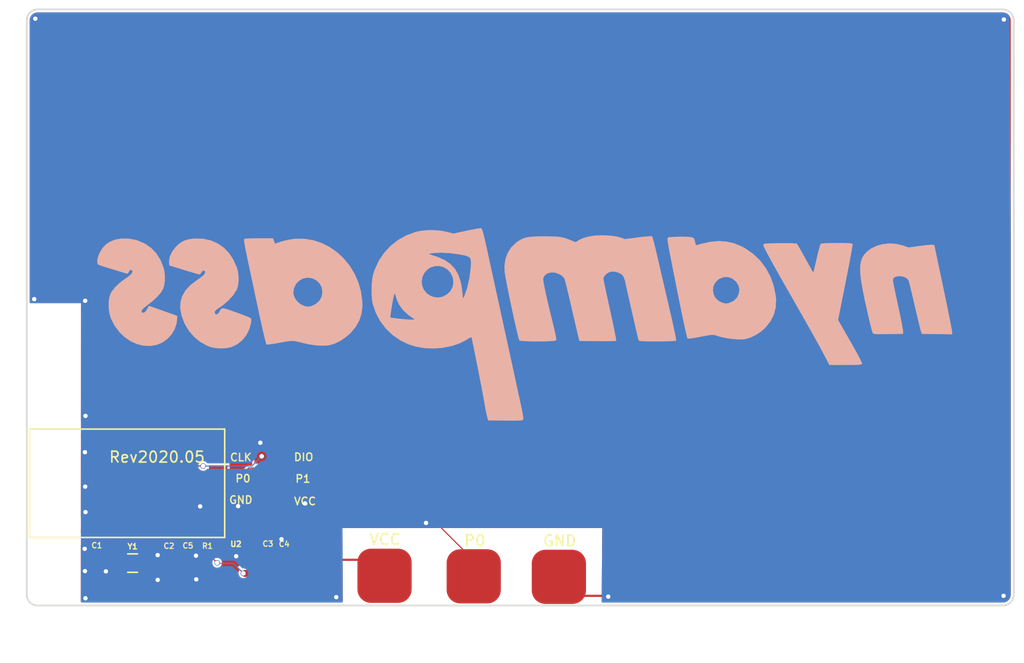
<source format=kicad_pcb>
(kicad_pcb (version 20171130) (host pcbnew 5.1.6-c6e7f7d~86~ubuntu18.04.1)

  (general
    (thickness 1.6)
    (drawings 18)
    (tracks 161)
    (zones 0)
    (modules 16)
    (nets 41)
  )

  (page A4)
  (title_block
    (title "HaLakeKit Lino")
    (date 2017-01-09)
    (rev 3.0)
    (company Nyampass.co.ltd.)
    (comment 1 http://nyampass.com)
  )

  (layers
    (0 F.Cu signal)
    (31 B.Cu signal)
    (32 B.Adhes user)
    (33 F.Adhes user)
    (34 B.Paste user)
    (35 F.Paste user)
    (36 B.SilkS user)
    (37 F.SilkS user)
    (38 B.Mask user)
    (39 F.Mask user)
    (40 Dwgs.User user)
    (41 Cmts.User user)
    (42 Eco1.User user)
    (43 Eco2.User user)
    (44 Edge.Cuts user)
    (45 Margin user)
    (46 B.CrtYd user)
    (47 F.CrtYd user)
    (48 B.Fab user)
    (49 F.Fab user)
  )

  (setup
    (last_trace_width 0.1)
    (trace_clearance 0.1)
    (zone_clearance 0.2)
    (zone_45_only yes)
    (trace_min 0.1)
    (via_size 0.5)
    (via_drill 0.4)
    (via_min_size 0.23)
    (via_min_drill 0.2)
    (uvia_size 0.3)
    (uvia_drill 0.1)
    (uvias_allowed no)
    (uvia_min_size 0.2)
    (uvia_min_drill 0.1)
    (edge_width 0.15)
    (segment_width 0.2)
    (pcb_text_width 0.3)
    (pcb_text_size 1.5 1.5)
    (mod_edge_width 0.15)
    (mod_text_size 1 1)
    (mod_text_width 0.15)
    (pad_size 3 4)
    (pad_drill 0)
    (pad_to_mask_clearance 0.2)
    (aux_axis_origin 0 0)
    (grid_origin 162.8394 95.6818)
    (visible_elements FFFFFF7F)
    (pcbplotparams
      (layerselection 0x010f0_80000001)
      (usegerberextensions true)
      (usegerberattributes true)
      (usegerberadvancedattributes true)
      (creategerberjobfile true)
      (excludeedgelayer true)
      (linewidth 0.100000)
      (plotframeref false)
      (viasonmask false)
      (mode 1)
      (useauxorigin false)
      (hpglpennumber 1)
      (hpglpenspeed 20)
      (hpglpendiameter 15.000000)
      (psnegative false)
      (psa4output false)
      (plotreference true)
      (plotvalue true)
      (plotinvisibletext false)
      (padsonsilk false)
      (subtractmaskfromsilk true)
      (outputformat 1)
      (mirror false)
      (drillshape 0)
      (scaleselection 1)
      (outputdirectory "plots/"))
  )

  (net 0 "")
  (net 1 VCC)
  (net 2 GND)
  (net 3 "Net-(U1-Pad22)")
  (net 4 "Net-(U1-Pad26)")
  (net 5 "Net-(U1-Pad30)")
  (net 6 "Net-(U1-Pad32)")
  (net 7 "Net-(U1-Pad33)")
  (net 8 "Net-(U1-Pad37)")
  (net 9 "Net-(U1-Pad38)")
  (net 10 "Net-(U1-Pad27)")
  (net 11 "Net-(U1-Pad34)")
  (net 12 "Net-(U1-Pad39)")
  (net 13 +3V3)
  (net 14 "Net-(C1-Pad1)")
  (net 15 "Net-(C2-Pad1)")
  (net 16 "Net-(C3-Pad1)")
  (net 17 SWDCLK)
  (net 18 SWDIO)
  (net 19 P0)
  (net 20 P1)
  (net 21 P2)
  (net 22 P3)
  (net 23 "Net-(R1-Pad2)")
  (net 24 P4)
  (net 25 "Net-(U1-Pad4)")
  (net 26 "Net-(U1-Pad5)")
  (net 27 "Net-(U1-Pad6)")
  (net 28 "Net-(U1-Pad7)")
  (net 29 "Net-(U1-Pad8)")
  (net 30 "Net-(U1-Pad11)")
  (net 31 "Net-(U1-Pad12)")
  (net 32 "Net-(U1-Pad15)")
  (net 33 "Net-(U1-Pad16)")
  (net 34 "Net-(U1-Pad23)")
  (net 35 "Net-(U1-Pad24)")
  (net 36 "Net-(U1-Pad28)")
  (net 37 "Net-(U1-Pad29)")
  (net 38 "Net-(U1-Pad31)")
  (net 39 "Net-(U1-Pad40)")
  (net 40 "Net-(U1-Pad41)")

  (net_class Default "This is the default net class."
    (clearance 0.1)
    (trace_width 0.1)
    (via_dia 0.5)
    (via_drill 0.4)
    (uvia_dia 0.3)
    (uvia_drill 0.1)
    (add_net "Net-(C1-Pad1)")
    (add_net "Net-(C2-Pad1)")
    (add_net "Net-(C3-Pad1)")
    (add_net "Net-(R1-Pad2)")
    (add_net "Net-(U1-Pad11)")
    (add_net "Net-(U1-Pad12)")
    (add_net "Net-(U1-Pad15)")
    (add_net "Net-(U1-Pad16)")
    (add_net "Net-(U1-Pad22)")
    (add_net "Net-(U1-Pad23)")
    (add_net "Net-(U1-Pad24)")
    (add_net "Net-(U1-Pad26)")
    (add_net "Net-(U1-Pad27)")
    (add_net "Net-(U1-Pad28)")
    (add_net "Net-(U1-Pad29)")
    (add_net "Net-(U1-Pad30)")
    (add_net "Net-(U1-Pad31)")
    (add_net "Net-(U1-Pad32)")
    (add_net "Net-(U1-Pad33)")
    (add_net "Net-(U1-Pad34)")
    (add_net "Net-(U1-Pad37)")
    (add_net "Net-(U1-Pad38)")
    (add_net "Net-(U1-Pad39)")
    (add_net "Net-(U1-Pad4)")
    (add_net "Net-(U1-Pad40)")
    (add_net "Net-(U1-Pad41)")
    (add_net "Net-(U1-Pad5)")
    (add_net "Net-(U1-Pad6)")
    (add_net "Net-(U1-Pad7)")
    (add_net "Net-(U1-Pad8)")
    (add_net P0)
    (add_net P1)
    (add_net P2)
    (add_net P3)
    (add_net P4)
    (add_net SWDCLK)
    (add_net SWDIO)
  )

  (net_class Power ""
    (clearance 0.1)
    (trace_width 0.2)
    (via_dia 0.5)
    (via_drill 0.4)
    (uvia_dia 0.3)
    (uvia_drill 0.1)
    (add_net +3V3)
    (add_net GND)
    (add_net VCC)
  )

  (module simple_headers:corner_pad (layer F.Cu) (tedit 5ECB5896) (tstamp 5ECBA83B)
    (at 99.0644 102.3568)
    (path /5ECD695E)
    (fp_text reference J4 (at 0 0.5) (layer F.SilkS) hide
      (effects (font (size 1 1) (thickness 0.15)))
    )
    (fp_text value Conn_01x01 (at 0 -0.5) (layer F.Fab)
      (effects (font (size 1 1) (thickness 0.15)))
    )
    (pad 1 connect roundrect (at 0 0) (size 5 5) (layers F.Cu F.Mask) (roundrect_rratio 0.25)
      (net 2 GND))
  )

  (module simple_headers:corner_pad (layer F.Cu) (tedit 5ECB5896) (tstamp 5ECBA836)
    (at 91.2144 102.3068)
    (path /5ECD6735)
    (fp_text reference J3 (at 0 0.5) (layer F.SilkS) hide
      (effects (font (size 1 1) (thickness 0.15)))
    )
    (fp_text value Conn_01x01 (at 0 -0.5) (layer F.Fab)
      (effects (font (size 1 1) (thickness 0.15)))
    )
    (pad 1 connect roundrect (at 0 0) (size 5 5) (layers F.Cu F.Mask) (roundrect_rratio 0.25)
      (net 19 P0))
  )

  (module simple_headers:corner_pad (layer F.Cu) (tedit 5ECB5896) (tstamp 5ECBA831)
    (at 82.9894 102.2568)
    (path /5ECD5A7A)
    (fp_text reference J2 (at 0 0.5) (layer F.SilkS) hide
      (effects (font (size 1 1) (thickness 0.15)))
    )
    (fp_text value Conn_01x01 (at 0 -0.5) (layer F.Fab)
      (effects (font (size 1 1) (thickness 0.15)))
    )
    (pad 1 connect roundrect (at 0 0) (size 5 5) (layers F.Cu F.Mask) (roundrect_rratio 0.25)
      (net 1 VCC))
  )

  (module simple_headers:PinHeader_2x03_P2.00mm_Vertical (layer F.Cu) (tedit 5ECB4C81) (tstamp 5ECB6E56)
    (at 71.6644 91.2318)
    (descr "Through hole straight pin header, 2x03, 2.00mm pitch, double rows")
    (tags "Through hole pin header THT 2x03 2.00mm double row")
    (path /5ECBB48C)
    (fp_text reference J1 (at 1 -2.06) (layer F.SilkS) hide
      (effects (font (size 1 1) (thickness 0.15)))
    )
    (fp_text value Conn_01x06 (at 1 6.06) (layer F.Fab)
      (effects (font (size 1 1) (thickness 0.15)))
    )
    (fp_line (start 3.5 -1.5) (end -1.5 -1.5) (layer F.CrtYd) (width 0.05))
    (fp_line (start 3.5 5.5) (end 3.5 -1.5) (layer F.CrtYd) (width 0.05))
    (fp_line (start -1.5 5.5) (end 3.5 5.5) (layer F.CrtYd) (width 0.05))
    (fp_line (start -1.5 -1.5) (end -1.5 5.5) (layer F.CrtYd) (width 0.05))
    (fp_text user %R (at 1 2 90) (layer F.Fab)
      (effects (font (size 1 1) (thickness 0.15)))
    )
    (pad 1 connect rect (at 0 0) (size 1.35 1.35) (layers F.Cu F.Mask)
      (net 17 SWDCLK))
    (pad 2 connect oval (at 2 0) (size 1.35 1.35) (layers F.Cu F.Mask)
      (net 18 SWDIO))
    (pad 3 connect oval (at 0 2) (size 1.35 1.35) (layers F.Cu F.Mask)
      (net 19 P0))
    (pad 4 connect oval (at 2 2) (size 1.35 1.35) (layers F.Cu F.Mask)
      (net 20 P1))
    (pad 5 connect oval (at 0 4) (size 1.35 1.35) (layers F.Cu F.Mask)
      (net 2 GND))
    (pad 6 connect oval (at 2 4) (size 1.35 1.35) (layers F.Cu F.Mask)
      (net 1 VCC))
    (model ${KISYS3DMOD}/Connector_PinHeader_2.00mm.3dshapes/PinHeader_2x03_P2.00mm_Vertical.wrl
      (at (xyz 0 0 0))
      (scale (xyz 1 1 1))
      (rotate (xyz 0 0 0))
    )
  )

  (module logos:nyampass_logo_80x20mm (layer B.Cu) (tedit 0) (tstamp 5ECB7CFB)
    (at 95.8394 78.2318 180)
    (fp_text reference G*** (at 0 0) (layer B.SilkS) hide
      (effects (font (size 1.524 1.524) (thickness 0.3)) (justify mirror))
    )
    (fp_text value LOGO (at 0.75 0) (layer B.SilkS) hide
      (effects (font (size 1.524 1.524) (thickness 0.3)) (justify mirror))
    )
    (fp_poly (pts (xy 4.085614 8.03334) (xy 4.317818 7.998636) (xy 4.6377 7.941502) (xy 5.018302 7.866668)
      (xy 5.311761 7.805136) (xy 6.509061 7.547646) (xy 7.082673 7.702848) (xy 7.652222 7.813573)
      (xy 8.290303 7.865713) (xy 8.943338 7.859214) (xy 9.557753 7.794024) (xy 9.963998 7.705734)
      (xy 10.819582 7.391527) (xy 11.597973 6.958263) (xy 12.289996 6.415103) (xy 12.886479 5.771208)
      (xy 13.378248 5.035737) (xy 13.756129 4.217851) (xy 13.901538 3.773714) (xy 13.971475 3.423926)
      (xy 14.01794 2.976993) (xy 14.040228 2.479118) (xy 14.03763 1.976502) (xy 14.009443 1.515347)
      (xy 13.95496 1.141856) (xy 13.942573 1.088571) (xy 13.659446 0.248088) (xy 13.253074 -0.522429)
      (xy 12.732592 -1.212525) (xy 12.107135 -1.81175) (xy 11.385838 -2.30965) (xy 10.665438 -2.661213)
      (xy 9.934963 -2.890145) (xy 9.145824 -3.019861) (xy 8.326504 -3.052849) (xy 7.505484 -2.991595)
      (xy 6.711246 -2.838586) (xy 5.972274 -2.59631) (xy 5.317048 -2.267254) (xy 5.185874 -2.182727)
      (xy 5.003237 -2.071492) (xy 4.874061 -2.015241) (xy 4.836149 -2.01763) (xy 4.81237 -2.104235)
      (xy 4.76505 -2.315596) (xy 4.69769 -2.633867) (xy 4.613792 -3.041203) (xy 4.516859 -3.519757)
      (xy 4.410393 -4.051685) (xy 4.297897 -4.619141) (xy 4.182873 -5.204279) (xy 4.068823 -5.789254)
      (xy 3.959249 -6.356221) (xy 3.857653 -6.887333) (xy 3.767539 -7.364745) (xy 3.692408 -7.770613)
      (xy 3.635763 -8.087089) (xy 3.601106 -8.296329) (xy 3.594219 -8.345714) (xy 3.554927 -8.589819)
      (xy 3.492281 -8.90194) (xy 3.428074 -9.180286) (xy 3.302 -9.688286) (xy 1.733609 -9.707816)
      (xy 1.193791 -9.71277) (xy 0.782409 -9.711921) (xy 0.482844 -9.704475) (xy 0.278474 -9.689637)
      (xy 0.152681 -9.666612) (xy 0.088842 -9.634607) (xy 0.083549 -9.628942) (xy 0.061053 -9.554971)
      (xy 0.064861 -9.406871) (xy 0.09723 -9.169209) (xy 0.160416 -8.826558) (xy 0.256676 -8.363485)
      (xy 0.293323 -8.194268) (xy 0.404993 -7.681496) (xy 0.524456 -7.131651) (xy 0.640981 -6.594209)
      (xy 0.743835 -6.118649) (xy 0.795664 -5.878286) (xy 0.855335 -5.60216) (xy 0.941733 -5.203861)
      (xy 1.050587 -4.703007) (xy 1.177627 -4.119218) (xy 1.318581 -3.472115) (xy 1.469177 -2.781317)
      (xy 1.625146 -2.066444) (xy 1.743579 -1.524) (xy 1.925534 -0.690522) (xy 1.993423 -0.379331)
      (xy 10.102683 -0.379331) (xy 10.230042 -0.397081) (xy 10.493499 -0.392227) (xy 10.889438 -0.364891)
      (xy 11.414241 -0.315191) (xy 11.67664 -0.287192) (xy 11.957564 -0.253487) (xy 12.177637 -0.22164)
      (xy 12.301409 -0.196992) (xy 12.31553 -0.190946) (xy 12.315761 -0.112103) (xy 12.294382 0.078078)
      (xy 12.256479 0.348269) (xy 12.207135 0.66714) (xy 12.151437 1.003362) (xy 12.094468 1.325608)
      (xy 12.041315 1.602548) (xy 11.997062 1.802853) (xy 11.98417 1.850571) (xy 11.94929 1.959312)
      (xy 11.918942 1.997624) (xy 11.881389 1.948973) (xy 11.824895 1.796824) (xy 11.737722 1.524639)
      (xy 11.725665 1.48637) (xy 11.498625 0.972349) (xy 11.150119 0.496846) (xy 10.672202 0.050857)
      (xy 10.115041 -0.338859) (xy 10.102683 -0.379331) (xy 1.993423 -0.379331) (xy 2.126142 0.229027)
      (xy 2.337335 1.197631) (xy 2.551048 2.178273) (xy 2.759214 3.13394) (xy 2.953766 4.027616)
      (xy 3.106007 4.727451) (xy 4.879332 4.727451) (xy 4.897172 4.463143) (xy 5.021415 3.447242)
      (xy 5.226509 2.53716) (xy 5.516353 1.715651) (xy 5.520718 1.705429) (xy 5.566896 1.607413)
      (xy 5.598471 1.58617) (xy 5.622454 1.659624) (xy 5.645859 1.845699) (xy 5.668453 2.083044)
      (xy 5.710683 2.438033) (xy 5.769883 2.80602) (xy 5.820799 3.048895) (xy 6.496561 3.048895)
      (xy 6.570401 2.622767) (xy 6.773591 2.243677) (xy 7.09893 1.932263) (xy 7.109423 1.924929)
      (xy 7.526991 1.711338) (xy 7.955406 1.642407) (xy 8.396126 1.718039) (xy 8.645014 1.821579)
      (xy 8.995873 2.069135) (xy 9.242083 2.391557) (xy 9.383667 2.763162) (xy 9.420647 3.158266)
      (xy 9.353047 3.551186) (xy 9.18089 3.916238) (xy 8.904197 4.227739) (xy 8.642729 4.403143)
      (xy 8.228916 4.54639) (xy 7.808121 4.559297) (xy 7.405972 4.452957) (xy 7.048099 4.238461)
      (xy 6.760129 3.926902) (xy 6.567691 3.529372) (xy 6.559274 3.501421) (xy 6.496561 3.048895)
      (xy 5.820799 3.048895) (xy 5.833556 3.109746) (xy 5.836242 3.120336) (xy 6.052196 3.75332)
      (xy 6.354827 4.284118) (xy 6.754719 4.72315) (xy 7.262454 5.080835) (xy 7.888616 5.367592)
      (xy 8.236857 5.483859) (xy 8.474962 5.560497) (xy 8.656444 5.62791) (xy 8.733025 5.665897)
      (xy 8.694037 5.693355) (xy 8.538761 5.724391) (xy 8.295801 5.754042) (xy 8.152453 5.766637)
      (xy 7.580212 5.781604) (xy 6.92914 5.749733) (xy 6.25605 5.67582) (xy 5.617759 5.564665)
      (xy 5.528332 5.545031) (xy 5.23766 5.468268) (xy 5.043417 5.375542) (xy 4.92961 5.23944)
      (xy 4.880246 5.032547) (xy 4.879332 4.727451) (xy 3.106007 4.727451) (xy 3.126638 4.822285)
      (xy 3.151114 4.934857) (xy 3.314037 5.681951) (xy 3.450142 6.299311) (xy 3.562654 6.799199)
      (xy 3.654799 7.193881) (xy 3.729802 7.495621) (xy 3.79089 7.716683) (xy 3.841287 7.869332)
      (xy 3.88422 7.965831) (xy 3.922914 8.018444) (xy 3.960595 8.039437) (xy 3.968047 8.040884)
      (xy 4.085614 8.03334)) (layer B.SilkS) (width 0.01))
    (fp_poly (pts (xy -28.42742 6.672267) (xy -28.034606 6.664039) (xy -27.71318 6.651714) (xy -27.487198 6.636232)
      (xy -27.38072 6.618533) (xy -27.378493 6.617318) (xy -27.334595 6.531204) (xy -27.26729 6.326652)
      (xy -27.183216 6.027226) (xy -27.089012 5.656486) (xy -26.996981 5.263251) (xy -26.903429 4.850638)
      (xy -26.820268 4.490159) (xy -26.752825 4.204405) (xy -26.706431 4.015968) (xy -26.686619 3.947571)
      (xy -26.648077 4.002542) (xy -26.551056 4.16678) (xy -26.406017 4.421829) (xy -26.22342 4.74923)
      (xy -26.013726 5.130525) (xy -25.949462 5.248321) (xy -25.729662 5.647727) (xy -25.529328 6.003846)
      (xy -25.36001 6.29678) (xy -25.233256 6.506632) (xy -25.160618 6.613504) (xy -25.152189 6.621854)
      (xy -25.058617 6.63737) (xy -24.842926 6.649404) (xy -24.528106 6.657422) (xy -24.137151 6.660894)
      (xy -23.693053 6.659285) (xy -23.585714 6.658139) (xy -23.085956 6.65172) (xy -22.712544 6.644653)
      (xy -22.446686 6.634734) (xy -22.269594 6.619757) (xy -22.162478 6.597519) (xy -22.106548 6.565813)
      (xy -22.083015 6.522436) (xy -22.075321 6.480899) (xy -22.106474 6.377982) (xy -22.210586 6.153462)
      (xy -22.386077 5.810272) (xy -22.631363 5.351348) (xy -22.944864 4.779625) (xy -23.324998 4.09804)
      (xy -23.770185 3.309527) (xy -24.030222 2.852327) (xy -24.574033 1.898171) (xy -25.051537 1.059888)
      (xy -25.468439 0.327332) (xy -25.830438 -0.309647) (xy -26.143239 -0.861194) (xy -26.412543 -1.337459)
      (xy -26.644052 -1.748588) (xy -26.843468 -2.104729) (xy -27.016493 -2.41603) (xy -27.16883 -2.692638)
      (xy -27.30618 -2.944701) (xy -27.434246 -3.182366) (xy -27.55873 -3.415782) (xy -27.661764 -3.610429)
      (xy -28.169429 -4.572) (xy -29.653564 -4.572) (xy -30.165366 -4.570517) (xy -30.549814 -4.565236)
      (xy -30.824674 -4.554907) (xy -31.007711 -4.53828) (xy -31.116692 -4.514106) (xy -31.169382 -4.481137)
      (xy -31.178861 -4.464732) (xy -31.154437 -4.375004) (xy -31.063272 -4.174141) (xy -30.912568 -3.875902)
      (xy -30.709528 -3.494047) (xy -30.461356 -3.042335) (xy -30.175253 -2.534526) (xy -30.093426 -2.391311)
      (xy -28.966829 -0.425158) (xy -29.65434 3.02797) (xy -29.790525 3.71772) (xy -29.916225 4.365525)
      (xy -30.028843 4.957198) (xy -30.125783 5.478554) (xy -30.204446 5.915405) (xy -30.262237 6.253567)
      (xy -30.296559 6.478853) (xy -30.304815 6.577076) (xy -30.304346 6.578835) (xy -30.261819 6.614043)
      (xy -30.153928 6.6401) (xy -29.963978 6.658128) (xy -29.675273 6.669249) (xy -29.271118 6.674587)
      (xy -28.867563 6.67546) (xy -28.42742 6.672267)) (layer B.SilkS) (width 0.01))
    (fp_poly (pts (xy 30.869068 7.032561) (xy 31.305673 6.904552) (xy 31.683204 6.692056) (xy 32.040191 6.377995)
      (xy 32.106664 6.307824) (xy 32.442142 5.870477) (xy 32.648744 5.427468) (xy 32.720353 4.993084)
      (xy 32.716173 4.884134) (xy 32.693429 4.608286) (xy 31.350857 4.196819) (xy 30.928956 4.068633)
      (xy 30.551723 3.956132) (xy 30.242218 3.86602) (xy 30.023501 3.805005) (xy 29.918632 3.779793)
      (xy 29.916016 3.779533) (xy 29.821295 3.834136) (xy 29.741081 3.955143) (xy 29.637041 4.088887)
      (xy 29.514803 4.135638) (xy 29.419032 4.09076) (xy 29.391429 3.991428) (xy 29.418659 3.868355)
      (xy 29.511845 3.735706) (xy 29.688228 3.576829) (xy 29.965051 3.375076) (xy 30.177052 3.232754)
      (xy 30.758468 2.785985) (xy 31.199366 2.303503) (xy 31.500154 1.783802) (xy 31.661243 1.225377)
      (xy 31.683041 0.626722) (xy 31.565958 -0.013669) (xy 31.310403 -0.697303) (xy 31.269045 -0.785242)
      (xy 30.892302 -1.416088) (xy 30.412003 -1.973258) (xy 29.850038 -2.437084) (xy 29.228295 -2.787898)
      (xy 28.897313 -2.91628) (xy 28.476915 -3.008967) (xy 27.98994 -3.045023) (xy 27.497122 -3.02453)
      (xy 27.059193 -2.94757) (xy 26.948127 -2.913666) (xy 26.416277 -2.655441) (xy 25.956313 -2.281854)
      (xy 25.583248 -1.811078) (xy 25.312095 -1.261287) (xy 25.177404 -0.770122) (xy 25.138096 -0.512656)
      (xy 25.139363 -0.357373) (xy 25.18248 -0.266737) (xy 25.194898 -0.254286) (xy 25.291614 -0.202601)
      (xy 25.50191 -0.112759) (xy 25.80221 0.00591) (xy 26.168939 0.144077) (xy 26.558285 0.285219)
      (xy 27.007908 0.445782) (xy 27.341121 0.560964) (xy 27.579356 0.630835) (xy 27.744045 0.655467)
      (xy 27.856621 0.63493) (xy 27.938516 0.569296) (xy 28.011162 0.458636) (xy 28.095991 0.30302)
      (xy 28.102996 0.290342) (xy 28.233558 0.132916) (xy 28.367184 0.087647) (xy 28.470757 0.156654)
      (xy 28.50638 0.264523) (xy 28.474206 0.406072) (xy 28.321852 0.545346) (xy 28.278658 0.573101)
      (xy 27.723417 0.961169) (xy 27.227174 1.396001) (xy 26.815786 1.851729) (xy 26.515108 2.302489)
      (xy 26.477918 2.374616) (xy 26.364948 2.720717) (xy 26.309447 3.15266) (xy 26.312186 3.622677)
      (xy 26.373934 4.083003) (xy 26.446043 4.354286) (xy 26.756123 5.085835) (xy 27.160761 5.712896)
      (xy 27.652339 6.230104) (xy 28.223241 6.632096) (xy 28.865849 6.913504) (xy 29.572545 7.068966)
      (xy 30.334857 7.093164) (xy 30.869068 7.032561)) (layer B.SilkS) (width 0.01))
    (fp_poly (pts (xy 24.939767 7.109934) (xy 25.297082 7.102853) (xy 25.544881 7.08943) (xy 25.700953 7.06834)
      (xy 25.783089 7.038256) (xy 25.806055 7.011298) (xy 25.802216 6.914764) (xy 25.770835 6.697205)
      (xy 25.71564 6.379331) (xy 25.640361 5.98185) (xy 25.548725 5.525473) (xy 25.476167 5.178869)
      (xy 25.376504 4.710409) (xy 25.252627 4.127903) (xy 25.110473 3.459279) (xy 24.95598 2.73247)
      (xy 24.795083 1.975404) (xy 24.63372 1.216011) (xy 24.477827 0.482223) (xy 24.461929 0.407379)
      (xy 24.323504 -0.236713) (xy 24.191482 -0.836603) (xy 24.069364 -1.37742) (xy 23.96065 -1.844295)
      (xy 23.868838 -2.222357) (xy 23.797429 -2.496738) (xy 23.749923 -2.652566) (xy 23.734608 -2.682825)
      (xy 23.638239 -2.687404) (xy 23.426208 -2.666829) (xy 23.12513 -2.624629) (xy 22.761621 -2.564336)
      (xy 22.548925 -2.525533) (xy 22.099383 -2.442488) (xy 21.755883 -2.38743) (xy 21.481936 -2.360934)
      (xy 21.241053 -2.363576) (xy 20.996746 -2.395932) (xy 20.712526 -2.458576) (xy 20.351903 -2.552086)
      (xy 20.319456 -2.560706) (xy 19.795462 -2.675481) (xy 19.243681 -2.754091) (xy 18.708551 -2.792829)
      (xy 18.234508 -2.787987) (xy 17.965276 -2.757122) (xy 17.448156 -2.605784) (xy 16.910247 -2.342081)
      (xy 16.388328 -1.986884) (xy 15.995304 -1.639213) (xy 15.515393 -1.073774) (xy 15.173283 -0.470026)
      (xy 14.965179 0.182311) (xy 14.887287 0.893521) (xy 14.899715 1.329431) (xy 15.022068 2.177703)
      (xy 18.578286 2.177703) (xy 18.642078 1.742903) (xy 18.832978 1.377925) (xy 19.150277 1.083826)
      (xy 19.412857 0.936292) (xy 19.678499 0.833329) (xy 19.908731 0.806697) (xy 20.176644 0.851047)
      (xy 20.263318 0.874051) (xy 20.596732 1.030303) (xy 20.890946 1.2842) (xy 21.116469 1.59938)
      (xy 21.243809 1.939487) (xy 21.26143 2.104571) (xy 21.198351 2.515786) (xy 21.018786 2.882789)
      (xy 20.745605 3.181803) (xy 20.40168 3.389051) (xy 20.00988 3.480755) (xy 19.935396 3.483157)
      (xy 19.510607 3.41888) (xy 19.1415 3.238842) (xy 18.849108 2.963278) (xy 18.654465 2.612419)
      (xy 18.578605 2.2065) (xy 18.578286 2.177703) (xy 15.022068 2.177703) (xy 15.029666 2.230378)
      (xy 15.277647 3.08395) (xy 15.633034 3.88065) (xy 16.085204 4.610982) (xy 16.623535 5.265449)
      (xy 17.237404 5.834556) (xy 17.916188 6.308806) (xy 18.649264 6.678702) (xy 19.426008 6.934748)
      (xy 20.235799 7.067448) (xy 21.068014 7.067306) (xy 21.291828 7.04369) (xy 21.664642 6.982941)
      (xy 22.054605 6.898568) (xy 22.388499 6.806804) (xy 22.444517 6.788156) (xy 22.936177 6.617291)
      (xy 23.039528 6.864645) (xy 23.14288 7.112) (xy 24.455146 7.112) (xy 24.939767 7.109934)) (layer B.SilkS) (width 0.01))
    (fp_poly (pts (xy 37.150012 7.087635) (xy 37.730696 6.975418) (xy 38.240946 6.755209) (xy 38.563079 6.523868)
      (xy 38.839258 6.222702) (xy 39.074619 5.85785) (xy 39.245749 5.474688) (xy 39.329233 5.118595)
      (xy 39.333714 5.030327) (xy 39.32175 4.824076) (xy 39.26929 4.71209) (xy 39.151488 4.644337)
      (xy 39.139767 4.639812) (xy 39.002825 4.592682) (xy 38.766593 4.516339) (xy 38.45811 4.41906)
      (xy 38.104413 4.309124) (xy 37.732541 4.194807) (xy 37.369531 4.084387) (xy 37.042423 3.986142)
      (xy 36.778254 3.90835) (xy 36.604062 3.859288) (xy 36.547796 3.846286) (xy 36.48969 3.905862)
      (xy 36.430857 4.027714) (xy 36.330775 4.169776) (xy 36.204602 4.206223) (xy 36.100009 4.129651)
      (xy 36.092557 3.984443) (xy 36.221593 3.796991) (xy 36.485368 3.569287) (xy 36.758122 3.381283)
      (xy 37.265031 3.008835) (xy 37.688856 2.60368) (xy 38.006178 2.189939) (xy 38.123276 1.975193)
      (xy 38.233278 1.61493) (xy 38.285104 1.168595) (xy 38.279659 0.682692) (xy 38.217848 0.203722)
      (xy 38.100574 -0.221812) (xy 38.07949 -0.275181) (xy 37.741795 -0.936634) (xy 37.318393 -1.512938)
      (xy 36.824038 -1.995529) (xy 36.273484 -2.375845) (xy 35.681485 -2.645322) (xy 35.062797 -2.795396)
      (xy 34.432173 -2.817503) (xy 33.865975 -2.720739) (xy 33.346243 -2.507859) (xy 32.88377 -2.182568)
      (xy 32.497247 -1.768014) (xy 32.205364 -1.287344) (xy 32.026811 -0.763704) (xy 31.979269 -0.384136)
      (xy 31.967714 -0.04711) (xy 33.237714 0.4109) (xy 33.641484 0.555574) (xy 33.998091 0.681564)
      (xy 34.285175 0.781116) (xy 34.480375 0.846474) (xy 34.561169 0.869884) (xy 34.621709 0.810629)
      (xy 34.700738 0.663876) (xy 34.713213 0.635) (xy 34.851038 0.391538) (xy 35.007413 0.255216)
      (xy 35.159933 0.243603) (xy 35.262743 0.331507) (xy 35.234799 0.467754) (xy 35.07489 0.654305)
      (xy 34.7818 0.893117) (xy 34.737421 0.925525) (xy 34.23388 1.319538) (xy 33.811322 1.711149)
      (xy 33.487865 2.081994) (xy 33.293382 2.389056) (xy 33.162759 2.780557) (xy 33.100463 3.254069)
      (xy 33.108027 3.762743) (xy 33.186986 4.259728) (xy 33.227269 4.407617) (xy 33.510786 5.117591)
      (xy 33.896275 5.72723) (xy 34.379213 6.232106) (xy 34.955075 6.627792) (xy 35.619338 6.909859)
      (xy 35.85129 6.97577) (xy 36.517381 7.088779) (xy 37.150012 7.087635)) (layer B.SilkS) (width 0.01))
    (fp_poly (pts (xy -6.531089 7.360386) (xy -6.321166 7.335182) (xy -5.848856 7.242591) (xy -5.428466 7.115146)
      (xy -5.093778 6.964708) (xy -4.917702 6.842459) (xy -4.836222 6.785046) (xy -4.741221 6.775625)
      (xy -4.592514 6.819231) (xy -4.373416 6.910644) (xy -4.059452 7.040833) (xy -3.777839 7.138076)
      (xy -3.498278 7.207039) (xy -3.190468 7.252385) (xy -2.824109 7.27878) (xy -2.368901 7.290887)
      (xy -1.886857 7.293429) (xy -1.291135 7.287991) (xy -0.814682 7.267774) (xy -0.431898 7.226924)
      (xy -0.117183 7.159584) (xy 0.155061 7.0599) (xy 0.410436 6.922017) (xy 0.674539 6.740079)
      (xy 0.736568 6.693397) (xy 1.1661 6.277762) (xy 1.489919 5.773377) (xy 1.701216 5.197721)
      (xy 1.79318 4.568276) (xy 1.775154 4.027714) (xy 1.742214 3.796811) (xy 1.684303 3.460679)
      (xy 1.605276 3.037289) (xy 1.508985 2.544615) (xy 1.399286 2.00063) (xy 1.280032 1.423306)
      (xy 1.155077 0.830615) (xy 1.028275 0.240531) (xy 0.90348 -0.328974) (xy 0.784546 -0.859928)
      (xy 0.675327 -1.334357) (xy 0.579677 -1.734289) (xy 0.50145 -2.041751) (xy 0.4445 -2.23877)
      (xy 0.417385 -2.304143) (xy 0.321355 -2.335928) (xy 0.106067 -2.361482) (xy -0.202725 -2.38081)
      (xy -0.579272 -2.393918) (xy -0.99782 -2.400813) (xy -1.432619 -2.4015) (xy -1.857916 -2.395986)
      (xy -2.247961 -2.384276) (xy -2.577 -2.366376) (xy -2.819282 -2.342292) (xy -2.949057 -2.31203)
      (xy -2.961022 -2.303359) (xy -2.976209 -2.221294) (xy -2.958928 -2.042673) (xy -2.907302 -1.757537)
      (xy -2.819454 -1.355926) (xy -2.693505 -0.827883) (xy -2.648194 -0.644064) (xy -2.409401 0.330556)
      (xy -2.208174 1.176768) (xy -2.044894 1.892776) (xy -1.919942 2.476784) (xy -1.8337 2.926994)
      (xy -1.786547 3.241613) (xy -1.778866 3.418842) (xy -1.782083 3.437573) (xy -1.916609 3.689776)
      (xy -2.164557 3.871255) (xy -2.487527 3.964177) (xy -2.808014 3.956285) (xy -3.139842 3.863894)
      (xy -3.439109 3.707369) (xy -3.661913 3.507071) (xy -3.736224 3.385003) (xy -3.775607 3.260979)
      (xy -3.842371 3.0138) (xy -3.931961 2.661895) (xy -4.039819 2.223694) (xy -4.16139 1.717626)
      (xy -4.292117 1.162122) (xy -4.384731 0.762) (xy -4.519684 0.175874) (xy -4.648104 -0.38017)
      (xy -4.765404 -0.886401) (xy -4.866998 -1.323091) (xy -4.948299 -1.670508) (xy -5.004721 -1.908922)
      (xy -5.025787 -1.995714) (xy -5.116286 -2.358571) (xy -6.780404 -2.37811) (xy -7.258525 -2.381277)
      (xy -7.687989 -2.379459) (xy -8.047563 -2.373128) (xy -8.316015 -2.362754) (xy -8.472112 -2.348808)
      (xy -8.502263 -2.339908) (xy -8.499749 -2.258599) (xy -8.467928 -2.051411) (xy -8.409892 -1.733948)
      (xy -8.328734 -1.321812) (xy -8.227544 -0.830605) (xy -8.109415 -0.275931) (xy -7.977438 0.326609)
      (xy -7.944859 0.47297) (xy -7.808013 1.090141) (xy -7.681749 1.667789) (xy -7.569531 2.189454)
      (xy -7.474819 2.638678) (xy -7.401077 2.999) (xy -7.351765 3.253961) (xy -7.330346 3.387102)
      (xy -7.329714 3.397637) (xy -7.393066 3.591125) (xy -7.55665 3.786212) (xy -7.780753 3.945986)
      (xy -8.011121 4.030997) (xy -8.339888 4.039701) (xy -8.677262 3.962601) (xy -8.966894 3.816923)
      (xy -9.098763 3.698546) (xy -9.216334 3.495264) (xy -9.31782 3.204561) (xy -9.356917 3.037235)
      (xy -9.392099 2.868529) (xy -9.453623 2.586633) (xy -9.536885 2.211736) (xy -9.637278 1.764027)
      (xy -9.750199 1.263696) (xy -9.871042 0.73093) (xy -9.995201 0.185919) (xy -10.118071 -0.351149)
      (xy -10.235047 -0.860084) (xy -10.341524 -1.320699) (xy -10.432896 -1.712803) (xy -10.504558 -2.016209)
      (xy -10.551906 -2.210727) (xy -10.567051 -2.267857) (xy -10.589499 -2.308372) (xy -10.641033 -2.339279)
      (xy -10.739178 -2.36186) (xy -10.901455 -2.377398) (xy -11.145387 -2.387177) (xy -11.488497 -2.39248)
      (xy -11.948308 -2.39459) (xy -12.301465 -2.394857) (xy -12.837744 -2.391933) (xy -13.293865 -2.383565)
      (xy -13.654717 -2.370361) (xy -13.905189 -2.352928) (xy -14.030168 -2.331872) (xy -14.04091 -2.324974)
      (xy -14.034175 -2.241571) (xy -13.99721 -2.031895) (xy -13.933202 -1.710915) (xy -13.845336 -1.293603)
      (xy -13.736796 -0.794929) (xy -13.610768 -0.229864) (xy -13.470437 0.386623) (xy -13.388548 0.741169)
      (xy -13.220348 1.465957) (xy -13.045278 2.220754) (xy -12.869893 2.977274) (xy -12.700747 3.707231)
      (xy -12.544395 4.382339) (xy -12.40739 4.974311) (xy -12.296288 5.454861) (xy -12.290679 5.479143)
      (xy -12.176896 5.963515) (xy -12.070381 6.401537) (xy -11.976318 6.773104) (xy -11.899889 7.05811)
      (xy -11.846279 7.236448) (xy -11.824383 7.287885) (xy -11.728799 7.3041) (xy -11.505524 7.297816)
      (xy -11.170078 7.270129) (xy -10.737983 7.222132) (xy -10.540041 7.197296) (xy -9.319681 7.039681)
      (xy -8.911891 7.183007) (xy -8.547012 7.276333) (xy -8.082722 7.343306) (xy -7.562791 7.381352)
      (xy -7.03099 7.387903) (xy -6.531089 7.360386)) (layer B.SilkS) (width 0.01))
    (fp_poly (pts (xy -14.069309 7.251237) (xy -13.730976 7.238806) (xy -13.46851 7.220418) (xy -13.310744 7.197752)
      (xy -13.283325 7.187809) (xy -13.255915 7.151445) (xy -13.243459 7.075764) (xy -13.248059 6.946009)
      (xy -13.271814 6.747425) (xy -13.316826 6.465255) (xy -13.385195 6.084743) (xy -13.479022 5.591134)
      (xy -13.595692 4.993635) (xy -13.836397 3.774737) (xy -14.058908 2.657341) (xy -14.262308 1.645817)
      (xy -14.445683 0.744537) (xy -14.608118 -0.042126) (xy -14.748699 -0.7098) (xy -14.866512 -1.254114)
      (xy -14.96064 -1.670696) (xy -15.030171 -1.955173) (xy -15.074188 -2.103174) (xy -15.084673 -2.123416)
      (xy -15.190265 -2.140376) (xy -15.433254 -2.119436) (xy -15.811023 -2.060929) (xy -16.287297 -1.971849)
      (xy -16.716914 -1.888223) (xy -17.031119 -1.831947) (xy -17.256624 -1.800905) (xy -17.420139 -1.792984)
      (xy -17.548373 -1.806071) (xy -17.668037 -1.838051) (xy -17.726073 -1.857996) (xy -18.187879 -1.994495)
      (xy -18.70732 -2.102613) (xy -19.243496 -2.177609) (xy -19.755506 -2.214744) (xy -20.202452 -2.209276)
      (xy -20.465143 -2.175452) (xy -20.937198 -2.025352) (xy -21.432364 -1.776931) (xy -21.902264 -1.458187)
      (xy -22.262956 -1.134992) (xy -22.715933 -0.568597) (xy -23.031039 0.041759) (xy -23.209342 0.699353)
      (xy -23.251909 1.407464) (xy -23.220134 1.801722) (xy -23.105876 2.375304) (xy -19.868132 2.375304)
      (xy -19.814491 2.006857) (xy -19.650033 1.646652) (xy -19.386136 1.377203) (xy -19.122571 1.225734)
      (xy -18.83386 1.118204) (xy -18.58425 1.099226) (xy -18.30161 1.164112) (xy -18.280686 1.171017)
      (xy -17.920915 1.356904) (xy -17.65675 1.625155) (xy -17.491306 1.949268) (xy -17.427697 2.302739)
      (xy -17.469037 2.659064) (xy -17.618441 2.991741) (xy -17.879024 3.274264) (xy -18.022111 3.371441)
      (xy -18.415274 3.527709) (xy -18.806037 3.542168) (xy -19.178915 3.41756) (xy -19.518424 3.156627)
      (xy -19.573697 3.096647) (xy -19.791763 2.751672) (xy -19.868132 2.375304) (xy -23.105876 2.375304)
      (xy -23.037213 2.719991) (xy -22.730298 3.577051) (xy -22.306531 4.362496) (xy -21.773054 5.065925)
      (xy -21.137008 5.676934) (xy -20.405536 6.18512) (xy -20.09544 6.353447) (xy -19.396735 6.642419)
      (xy -18.68091 6.809553) (xy -17.933094 6.85532) (xy -17.138417 6.780191) (xy -16.282009 6.584638)
      (xy -15.95505 6.48463) (xy -15.87142 6.491396) (xy -15.816251 6.597174) (xy -15.785142 6.744073)
      (xy -15.747619 6.930569) (xy -15.693282 7.065366) (xy -15.600441 7.156811) (xy -15.447408 7.213248)
      (xy -15.212491 7.243025) (xy -14.874003 7.254486) (xy -14.454673 7.256032) (xy -14.069309 7.251237)) (layer B.SilkS) (width 0.01))
    (fp_poly (pts (xy -33.127999 6.580568) (xy -32.55291 6.42784) (xy -32.035602 6.186282) (xy -31.601154 5.861903)
      (xy -31.357134 5.585148) (xy -31.192757 5.308286) (xy -31.078491 4.99082) (xy -31.014157 4.617671)
      (xy -30.999578 4.173762) (xy -31.034574 3.644011) (xy -31.118966 3.013341) (xy -31.252576 2.266673)
      (xy -31.314154 1.959429) (xy -31.432163 1.395812) (xy -31.555582 0.827083) (xy -31.679702 0.27312)
      (xy -31.799811 -0.2462) (xy -31.9112 -0.710999) (xy -32.009159 -1.101401) (xy -32.088976 -1.397527)
      (xy -32.145941 -1.5795) (xy -32.161496 -1.616303) (xy -32.196132 -1.66141) (xy -32.259399 -1.69401)
      (xy -32.371452 -1.715643) (xy -32.552446 -1.727849) (xy -32.822534 -1.73217) (xy -33.201872 -1.730144)
      (xy -33.585832 -1.72516) (xy -34.943143 -1.705429) (xy -34.964573 -1.521742) (xy -34.954775 -1.406967)
      (xy -34.916811 -1.16947) (xy -34.854321 -0.828146) (xy -34.770943 -0.401889) (xy -34.670316 0.090408)
      (xy -34.55608 0.62985) (xy -34.503349 0.873115) (xy -34.383702 1.426263) (xy -34.274766 1.939528)
      (xy -34.180352 2.394181) (xy -34.104274 2.771495) (xy -34.050344 3.052741) (xy -34.022375 3.21919)
      (xy -34.019276 3.251081) (xy -34.081964 3.443789) (xy -34.265216 3.571199) (xy -34.556131 3.625056)
      (xy -34.605604 3.626263) (xy -34.9471 3.585671) (xy -35.232129 3.469875) (xy -35.425942 3.295706)
      (xy -35.472902 3.206194) (xy -35.507084 3.087547) (xy -35.568873 2.846982) (xy -35.653511 2.504066)
      (xy -35.756243 2.078369) (xy -35.872313 1.589461) (xy -35.996962 1.056911) (xy -36.031712 0.907143)
      (xy -36.158654 0.36246) (xy -36.278955 -0.147193) (xy -36.387712 -0.601546) (xy -36.480022 -0.98033)
      (xy -36.550982 -1.263275) (xy -36.595689 -1.430112) (xy -36.60223 -1.451429) (xy -36.685375 -1.705429)
      (xy -38.082116 -1.725139) (xy -39.478857 -1.744848) (xy -39.476382 -1.507424) (xy -39.461196 -1.392878)
      (xy -39.418446 -1.150309) (xy -39.350907 -0.79363) (xy -39.261354 -0.336757) (xy -39.15256 0.206398)
      (xy -39.027302 0.82192) (xy -38.888354 1.495896) (xy -38.73849 2.214412) (xy -38.654732 2.612571)
      (xy -37.835559 6.495143) (xy -37.623065 6.514923) (xy -37.473026 6.512476) (xy -37.213702 6.49172)
      (xy -36.879326 6.45599) (xy -36.504132 6.408621) (xy -36.43692 6.399396) (xy -35.463269 6.264089)
      (xy -34.949206 6.445706) (xy -34.351223 6.595509) (xy -33.735796 6.638461) (xy -33.127999 6.580568)) (layer B.SilkS) (width 0.01))
  )

  (module osh-logo:osh-logo-4p3mm (layer F.Cu) (tedit 0) (tstamp 58613B5B)
    (at 108.2294 108.8898)
    (fp_text reference G*** (at 0 0) (layer F.SilkS) hide
      (effects (font (size 1.524 1.524) (thickness 0.3)))
    )
    (fp_text value LOGO (at 0.75 0) (layer F.SilkS) hide
      (effects (font (size 1.524 1.524) (thickness 0.3)))
    )
  )

  (module osh-logo:osh-logo-4p3mm (layer F.Cu) (tedit 0) (tstamp 5862DA63)
    (at 105.4354 107.3658)
    (fp_text reference G*** (at 0 0) (layer F.SilkS) hide
      (effects (font (size 1.524 1.524) (thickness 0.3)))
    )
    (fp_text value LOGO (at 0.75 0) (layer F.SilkS) hide
      (effects (font (size 1.524 1.524) (thickness 0.3)))
    )
  )

  (module register_and_condensor:C_0603 (layer F.Cu) (tedit 58738D4B) (tstamp 587353D1)
    (at 56.4594 101.0878 270)
    (descr "Capacitor SMD 0603, reflow soldering, AVX (see smccp.pdf)")
    (tags "capacitor 0603")
    (path /587053DF)
    (attr smd)
    (fp_text reference C1 (at -1.631 -0.005 180) (layer F.SilkS)
      (effects (font (size 0.5 0.5) (thickness 0.1)))
    )
    (fp_text value 12pf (at -1.4478 0.3556 180) (layer F.Fab)
      (effects (font (size 0.5 0.5) (thickness 0.125)))
    )
    (fp_line (start 1.45 -0.75) (end 1.45 0.75) (layer F.CrtYd) (width 0.05))
    (fp_line (start -1.45 -0.75) (end -1.45 0.75) (layer F.CrtYd) (width 0.05))
    (fp_line (start -1.45 0.75) (end 1.45 0.75) (layer F.CrtYd) (width 0.05))
    (fp_line (start -1.45 -0.75) (end 1.45 -0.75) (layer F.CrtYd) (width 0.05))
    (pad 1 smd rect (at -0.75 0 270) (size 0.8 0.75) (layers F.Cu F.Paste F.Mask)
      (net 14 "Net-(C1-Pad1)"))
    (pad 2 smd rect (at 0.75 0 270) (size 0.8 0.75) (layers F.Cu F.Paste F.Mask)
      (net 2 GND))
    (model Capacitors_SMD.3dshapes/C_0603.wrl
      (at (xyz 0 0 0))
      (scale (xyz 1 1 1))
      (rotate (xyz 0 0 0))
    )
  )

  (module register_and_condensor:C_0603 (layer F.Cu) (tedit 58738D3E) (tstamp 587353D7)
    (at 63.0634 101.0878 90)
    (descr "Capacitor SMD 0603, reflow soldering, AVX (see smccp.pdf)")
    (tags "capacitor 0603")
    (path /5870542C)
    (attr smd)
    (fp_text reference C2 (at 1.581 0.051) (layer F.SilkS)
      (effects (font (size 0.5 0.5) (thickness 0.1)))
    )
    (fp_text value 12pf (at 1.524 -0.254) (layer F.Fab)
      (effects (font (size 0.5 0.5) (thickness 0.125)))
    )
    (fp_line (start 1.45 -0.75) (end 1.45 0.75) (layer F.CrtYd) (width 0.05))
    (fp_line (start -1.45 -0.75) (end -1.45 0.75) (layer F.CrtYd) (width 0.05))
    (fp_line (start -1.45 0.75) (end 1.45 0.75) (layer F.CrtYd) (width 0.05))
    (fp_line (start -1.45 -0.75) (end 1.45 -0.75) (layer F.CrtYd) (width 0.05))
    (pad 1 smd rect (at -0.75 0 90) (size 0.8 0.75) (layers F.Cu F.Paste F.Mask)
      (net 15 "Net-(C2-Pad1)"))
    (pad 2 smd rect (at 0.75 0 90) (size 0.8 0.75) (layers F.Cu F.Paste F.Mask)
      (net 2 GND))
    (model Capacitors_SMD.3dshapes/C_0603.wrl
      (at (xyz 0 0 0))
      (scale (xyz 1 1 1))
      (rotate (xyz 0 0 0))
    )
  )

  (module register_and_condensor:C_0603 (layer F.Cu) (tedit 58738D15) (tstamp 587353DD)
    (at 72.2074 101.0878 270)
    (descr "Capacitor SMD 0603, reflow soldering, AVX (see smccp.pdf)")
    (tags "capacitor 0603")
    (path /58733521)
    (attr smd)
    (fp_text reference C3 (at -1.781 -0.032 180) (layer F.SilkS)
      (effects (font (size 0.5 0.5) (thickness 0.1)))
    )
    (fp_text value 0.01uf (at -1.8034 0.7112 180) (layer F.Fab)
      (effects (font (size 0.5 0.5) (thickness 0.125)))
    )
    (fp_line (start 1.45 -0.75) (end 1.45 0.75) (layer F.CrtYd) (width 0.05))
    (fp_line (start -1.45 -0.75) (end -1.45 0.75) (layer F.CrtYd) (width 0.05))
    (fp_line (start -1.45 0.75) (end 1.45 0.75) (layer F.CrtYd) (width 0.05))
    (fp_line (start -1.45 -0.75) (end 1.45 -0.75) (layer F.CrtYd) (width 0.05))
    (pad 1 smd rect (at -0.75 0 270) (size 0.8 0.75) (layers F.Cu F.Paste F.Mask)
      (net 16 "Net-(C3-Pad1)"))
    (pad 2 smd rect (at 0.75 0 270) (size 0.8 0.75) (layers F.Cu F.Paste F.Mask)
      (net 2 GND))
    (model Capacitors_SMD.3dshapes/C_0603.wrl
      (at (xyz 0 0 0))
      (scale (xyz 1 1 1))
      (rotate (xyz 0 0 0))
    )
  )

  (module register_and_condensor:C_0603 (layer F.Cu) (tedit 58738D36) (tstamp 587353E9)
    (at 64.8414 101.0878 90)
    (descr "Capacitor SMD 0603, reflow soldering, AVX (see smccp.pdf)")
    (tags "capacitor 0603")
    (path /58706564)
    (attr smd)
    (fp_text reference C5 (at 1.606 0.023) (layer F.SilkS)
      (effects (font (size 0.5 0.5) (thickness 0.1)))
    )
    (fp_text value 0.1uf1 (at 1.0668 -0.127) (layer F.Fab)
      (effects (font (size 0.5 0.5) (thickness 0.125)))
    )
    (fp_line (start 1.45 -0.75) (end 1.45 0.75) (layer F.CrtYd) (width 0.05))
    (fp_line (start -1.45 -0.75) (end -1.45 0.75) (layer F.CrtYd) (width 0.05))
    (fp_line (start -1.45 0.75) (end 1.45 0.75) (layer F.CrtYd) (width 0.05))
    (fp_line (start -1.45 -0.75) (end 1.45 -0.75) (layer F.CrtYd) (width 0.05))
    (pad 1 smd rect (at -0.75 0 90) (size 0.8 0.75) (layers F.Cu F.Paste F.Mask)
      (net 1 VCC))
    (pad 2 smd rect (at 0.75 0 90) (size 0.8 0.75) (layers F.Cu F.Paste F.Mask)
      (net 2 GND))
    (model Capacitors_SMD.3dshapes/C_0603.wrl
      (at (xyz 0 0 0))
      (scale (xyz 1 1 1))
      (rotate (xyz 0 0 0))
    )
  )

  (module register_and_condensor:R_0603 (layer F.Cu) (tedit 58738D23) (tstamp 587353EF)
    (at 66.6194 101.0878 90)
    (descr "Resistor SMD 0603, reflow soldering, Vishay (see dcrcw.pdf)")
    (tags "resistor 0603")
    (path /58733303)
    (attr smd)
    (fp_text reference R1 (at 1.581 0.045) (layer F.SilkS)
      (effects (font (size 0.5 0.5) (thickness 0.1)))
    )
    (fp_text value 1K (at 1.778 -0.254) (layer F.Fab)
      (effects (font (size 0.5 0.5) (thickness 0.125)))
    )
    (fp_line (start 1.3 -0.8) (end 1.3 0.8) (layer F.CrtYd) (width 0.05))
    (fp_line (start -1.3 -0.8) (end -1.3 0.8) (layer F.CrtYd) (width 0.05))
    (fp_line (start -1.3 0.8) (end 1.3 0.8) (layer F.CrtYd) (width 0.05))
    (fp_line (start -1.3 -0.8) (end 1.3 -0.8) (layer F.CrtYd) (width 0.05))
    (pad 1 smd rect (at -0.75 0 90) (size 0.5 0.9) (layers F.Cu F.Paste F.Mask)
      (net 1 VCC))
    (pad 2 smd rect (at 0.75 0 90) (size 0.5 0.9) (layers F.Cu F.Paste F.Mask)
      (net 23 "Net-(R1-Pad2)"))
    (model Resistors_SMD.3dshapes/R_0603.wrl
      (at (xyz 0 0 0))
      (scale (xyz 1 1 1))
      (rotate (xyz 0 0 0))
    )
  )

  (module MDBT40:MDBT40 (layer F.Cu) (tedit 58734F83) (tstamp 58735423)
    (at 59.2534 93.7218 90)
    (path /587049AE)
    (fp_text reference U1 (at -3 -10 270) (layer F.SilkS) hide
      (effects (font (size 1 1) (thickness 0.15)))
    )
    (fp_text value MDBT40 (at 0 0 270) (layer F.Fab) hide
      (effects (font (size 1 1) (thickness 0.15)))
    )
    (fp_line (start 5 -9) (end -5 -9) (layer F.SilkS) (width 0.15))
    (fp_line (start 5 9) (end 5 -9) (layer F.SilkS) (width 0.15))
    (fp_line (start -5 9) (end 5 9) (layer F.SilkS) (width 0.15))
    (fp_line (start -5 -9) (end -5 9) (layer F.SilkS) (width 0.15))
    (pad 1 smd rect (at -5 -4 90) (size 1.7 0.5) (drill (offset 0.6 0)) (layers F.Cu F.Paste F.Mask)
      (net 2 GND))
    (pad 2 smd rect (at -5 -3.3 90) (size 1.7 0.5) (drill (offset 0.6 0)) (layers F.Cu F.Paste F.Mask)
      (net 2 GND))
    (pad 3 smd rect (at -5 0.9 90) (size 1.7 0.5) (drill (offset 0.6 0)) (layers F.Cu F.Paste F.Mask)
      (net 13 +3V3))
    (pad 4 smd rect (at -5 1.6 90) (size 1.7 0.5) (drill (offset 0.6 0)) (layers F.Cu F.Paste F.Mask)
      (net 25 "Net-(U1-Pad4)"))
    (pad 5 smd rect (at -5 2.3 90) (size 1.7 0.5) (drill (offset 0.6 0)) (layers F.Cu F.Paste F.Mask)
      (net 26 "Net-(U1-Pad5)"))
    (pad 6 smd rect (at -5 3 90) (size 1.7 0.5) (drill (offset 0.6 0)) (layers F.Cu F.Paste F.Mask)
      (net 27 "Net-(U1-Pad6)"))
    (pad 7 smd rect (at -5 3.7 90) (size 1.7 0.5) (drill (offset 0.6 0)) (layers F.Cu F.Paste F.Mask)
      (net 28 "Net-(U1-Pad7)"))
    (pad 8 smd rect (at -5 4.4 90) (size 1.7 0.5) (drill (offset 0.6 0)) (layers F.Cu F.Paste F.Mask)
      (net 29 "Net-(U1-Pad8)"))
    (pad 9 smd rect (at -5 5.1 90) (size 1.7 0.5) (drill (offset 0.6 0)) (layers F.Cu F.Paste F.Mask)
      (net 14 "Net-(C1-Pad1)"))
    (pad 10 smd rect (at -5 5.8 90) (size 1.7 0.5) (drill (offset 0.6 0)) (layers F.Cu F.Paste F.Mask)
      (net 15 "Net-(C2-Pad1)"))
    (pad 11 smd rect (at -5 6.5 90) (size 1.7 0.5) (drill (offset 0.6 0)) (layers F.Cu F.Paste F.Mask)
      (net 30 "Net-(U1-Pad11)"))
    (pad 12 smd rect (at -5 7.2 90) (size 1.7 0.5) (drill (offset 0.6 0)) (layers F.Cu F.Paste F.Mask)
      (net 31 "Net-(U1-Pad12)"))
    (pad 13 smd rect (at -4.2 9 180) (size 1.5 0.5) (drill (offset 0.5 0)) (layers F.Cu F.Paste F.Mask)
      (net 2 GND))
    (pad 14 smd rect (at -3.5 9 180) (size 1.5 0.5) (drill (offset 0.5 0)) (layers F.Cu F.Paste F.Mask)
      (net 13 +3V3))
    (pad 15 smd rect (at -2.8 9 180) (size 1.7 0.5) (drill (offset 0.6 0)) (layers F.Cu F.Paste F.Mask)
      (net 32 "Net-(U1-Pad15)"))
    (pad 16 smd rect (at -2.1 9 180) (size 1.7 0.5) (drill (offset 0.6 0)) (layers F.Cu F.Paste F.Mask)
      (net 33 "Net-(U1-Pad16)"))
    (pad 17 smd rect (at -1.4 9 180) (size 1.7 0.5) (drill (offset 0.6 0)) (layers F.Cu F.Paste F.Mask)
      (net 19 P0))
    (pad 18 smd rect (at -0.7 9 180) (size 1.7 0.5) (drill (offset 0.6 0)) (layers F.Cu F.Paste F.Mask)
      (net 20 P1))
    (pad 19 smd rect (at 0 9 180) (size 1.7 0.5) (drill (offset 0.6 0)) (layers F.Cu F.Paste F.Mask)
      (net 21 P2))
    (pad 20 smd rect (at 0.7 9 180) (size 1.7 0.5) (drill (offset 0.6 0)) (layers F.Cu F.Paste F.Mask)
      (net 22 P3))
    (pad 21 smd rect (at 1.4 9 180) (size 1.7 0.5) (drill (offset 0.6 0)) (layers F.Cu F.Paste F.Mask)
      (net 24 P4))
    (pad 22 smd rect (at 2.1 9 180) (size 1.7 0.5) (drill (offset 0.6 0)) (layers F.Cu F.Paste F.Mask)
      (net 3 "Net-(U1-Pad22)"))
    (pad 23 smd rect (at 2.8 9 180) (size 1.7 0.5) (drill (offset 0.6 0)) (layers F.Cu F.Paste F.Mask)
      (net 34 "Net-(U1-Pad23)"))
    (pad 24 smd rect (at 3.5 9 180) (size 1.5 0.5) (drill (offset 0.5 0)) (layers F.Cu F.Paste F.Mask)
      (net 35 "Net-(U1-Pad24)"))
    (pad 25 smd rect (at 4.2 9 180) (size 1.5 0.5) (drill (offset 0.5 0)) (layers F.Cu F.Paste F.Mask)
      (net 2 GND))
    (pad 26 smd rect (at 5 7.2 270) (size 1.7 0.5) (drill (offset 0.6 0)) (layers F.Cu F.Paste F.Mask)
      (net 4 "Net-(U1-Pad26)"))
    (pad 27 smd rect (at 5 6.5 270) (size 1.7 0.5) (drill (offset 0.6 0)) (layers F.Cu F.Paste F.Mask)
      (net 10 "Net-(U1-Pad27)"))
    (pad 28 smd rect (at 5 5.8 270) (size 1.7 0.5) (drill (offset 0.6 0)) (layers F.Cu F.Paste F.Mask)
      (net 36 "Net-(U1-Pad28)"))
    (pad 29 smd rect (at 5 5.1 270) (size 1.7 0.5) (drill (offset 0.6 0)) (layers F.Cu F.Paste F.Mask)
      (net 37 "Net-(U1-Pad29)"))
    (pad 30 smd rect (at 5 4.4 270) (size 1.7 0.5) (drill (offset 0.6 0)) (layers F.Cu F.Paste F.Mask)
      (net 5 "Net-(U1-Pad30)"))
    (pad 31 smd rect (at 5 3.7 270) (size 1.7 0.5) (drill (offset 0.6 0)) (layers F.Cu F.Paste F.Mask)
      (net 38 "Net-(U1-Pad31)"))
    (pad 32 smd rect (at 5 3 270) (size 1.7 0.5) (drill (offset 0.6 0)) (layers F.Cu F.Paste F.Mask)
      (net 6 "Net-(U1-Pad32)"))
    (pad 33 smd rect (at 5 2.3 270) (size 1.7 0.5) (drill (offset 0.6 0)) (layers F.Cu F.Paste F.Mask)
      (net 7 "Net-(U1-Pad33)"))
    (pad 34 smd rect (at 5 1.6 270) (size 1.7 0.5) (drill (offset 0.6 0)) (layers F.Cu F.Paste F.Mask)
      (net 11 "Net-(U1-Pad34)"))
    (pad 35 smd rect (at 5 0.9 270) (size 1.7 0.5) (drill (offset 0.6 0)) (layers F.Cu F.Paste F.Mask)
      (net 18 SWDIO))
    (pad 36 smd rect (at 5 0.2 270) (size 1.7 0.5) (drill (offset 0.6 0)) (layers F.Cu F.Paste F.Mask)
      (net 17 SWDCLK))
    (pad 37 smd rect (at 5 -0.5 270) (size 1.7 0.5) (drill (offset 0.6 0)) (layers F.Cu F.Paste F.Mask)
      (net 8 "Net-(U1-Pad37)"))
    (pad 38 smd rect (at 5 -1.2 270) (size 1.7 0.5) (drill (offset 0.6 0)) (layers F.Cu F.Paste F.Mask)
      (net 9 "Net-(U1-Pad38)"))
    (pad 39 smd rect (at 5 -1.9 270) (size 1.7 0.5) (drill (offset 0.6 0)) (layers F.Cu F.Paste F.Mask)
      (net 12 "Net-(U1-Pad39)"))
    (pad 40 smd rect (at 5 -2.6 270) (size 1.7 0.5) (drill (offset 0.6 0)) (layers F.Cu F.Paste F.Mask)
      (net 39 "Net-(U1-Pad40)"))
    (pad 41 smd rect (at 5 -3.3 270) (size 1.7 0.5) (drill (offset 0.6 0)) (layers F.Cu F.Paste F.Mask)
      (net 40 "Net-(U1-Pad41)"))
    (pad 42 smd rect (at 5 -4 270) (size 1.7 0.5) (drill (offset 0.6 0)) (layers F.Cu F.Paste F.Mask)
      (net 2 GND))
    (model C:/Engineering/KiCAD_Libraries/3D/RF_Modules/VRML/Raytac_MDBT40.wrl
      (at (xyz 0 0 0))
      (scale (xyz 1 1 1))
      (rotate (xyz 0 0 0))
    )
  )

  (module common:SOT-23-5 (layer F.Cu) (tedit 58734C21) (tstamp 5873542C)
    (at 69.4134 101.0878 180)
    (descr "5-pin SOT23 package")
    (tags SOT-23-5)
    (path /5873313F)
    (attr smd)
    (fp_text reference U2 (at 0.124 1.756) (layer F.SilkS)
      (effects (font (size 0.5 0.5) (thickness 0.125)))
    )
    (fp_text value NJM2870 (at 0 2.9) (layer F.Fab) hide
      (effects (font (size 1 1) (thickness 0.15)))
    )
    (pad 1 smd rect (at -1.1 -0.95 180) (size 1.06 0.65) (layers F.Cu F.Paste F.Mask)
      (net 23 "Net-(R1-Pad2)"))
    (pad 2 smd rect (at -1.1 0 180) (size 1.06 0.65) (layers F.Cu F.Paste F.Mask)
      (net 2 GND))
    (pad 3 smd rect (at -1.1 0.95 180) (size 1.06 0.65) (layers F.Cu F.Paste F.Mask)
      (net 16 "Net-(C3-Pad1)"))
    (pad 4 smd rect (at 1.1 0.95 180) (size 1.06 0.65) (layers F.Cu F.Paste F.Mask)
      (net 13 +3V3))
    (pad 5 smd rect (at 1.1 -0.95 180) (size 1.06 0.65) (layers F.Cu F.Paste F.Mask)
      (net 1 VCC))
    (model TO_SOT_Packages_SMD.3dshapes/SOT-23-5.wrl
      (at (xyz 0 0 0))
      (scale (xyz 1 1 1))
      (rotate (xyz 0 0 0))
    )
  )

  (module common:FC-135 (layer F.Cu) (tedit 58738D54) (tstamp 58735439)
    (at 59.7614 101.0878 180)
    (path /5870519F)
    (fp_text reference Y1 (at 0 1.531) (layer F.SilkS)
      (effects (font (size 0.5 0.5) (thickness 0.125)))
    )
    (fp_text value Crystal (at 0.2032 1.4478) (layer F.Fab)
      (effects (font (size 0.5 0.5) (thickness 0.125)))
    )
    (fp_line (start -0.45 -0.85) (end 0.45 -0.85) (layer F.SilkS) (width 0.15))
    (fp_line (start -0.45 0.85) (end 0.45 0.85) (layer F.SilkS) (width 0.15))
    (fp_line (start -2.1 -1.2) (end 2.1 -1.2) (layer F.CrtYd) (width 0.1))
    (fp_line (start 2.1 -1.2) (end 2.1 1.2) (layer F.CrtYd) (width 0.1))
    (fp_line (start 2.1 1.2) (end -2.1 1.2) (layer F.CrtYd) (width 0.1))
    (fp_line (start -2.1 1.2) (end -2.1 -1.2) (layer F.CrtYd) (width 0.1))
    (pad 1 smd rect (at -1.25 0 180) (size 1 1.8) (layers F.Cu F.Paste F.Mask)
      (net 15 "Net-(C2-Pad1)"))
    (pad 2 smd rect (at 1.25 0 180) (size 1 1.8) (layers F.Cu F.Paste F.Mask)
      (net 14 "Net-(C1-Pad1)"))
    (model ${KIPRJMOD}/lib/3d/ABS07L.wrl
      (at (xyz 0 0 0))
      (scale (xyz 1 1 1))
      (rotate (xyz 0 0 0))
    )
  )

  (module register_and_condensor:C_0603 (layer F.Cu) (tedit 58738D1A) (tstamp 58735857)
    (at 73.7894 101.0818 270)
    (descr "Capacitor SMD 0603, reflow soldering, AVX (see smccp.pdf)")
    (tags "capacitor 0603")
    (path /583F839F)
    (attr smd)
    (fp_text reference C4 (at -1.75 0.05) (layer F.SilkS)
      (effects (font (size 0.5 0.5) (thickness 0.1)))
    )
    (fp_text value 4.7uf1 (at 1.6256 0.0508) (layer F.Fab)
      (effects (font (size 0.5 0.5) (thickness 0.125)))
    )
    (fp_line (start 1.45 -0.75) (end 1.45 0.75) (layer F.CrtYd) (width 0.05))
    (fp_line (start -1.45 -0.75) (end -1.45 0.75) (layer F.CrtYd) (width 0.05))
    (fp_line (start -1.45 0.75) (end 1.45 0.75) (layer F.CrtYd) (width 0.05))
    (fp_line (start -1.45 -0.75) (end 1.45 -0.75) (layer F.CrtYd) (width 0.05))
    (pad 1 smd rect (at -0.75 0 270) (size 0.8 0.75) (layers F.Cu F.Paste F.Mask)
      (net 13 +3V3))
    (pad 2 smd rect (at 0.75 0 270) (size 0.8 0.75) (layers F.Cu F.Paste F.Mask)
      (net 2 GND))
    (model Capacitors_SMD.3dshapes/C_0603.wrl
      (at (xyz 0 0 0))
      (scale (xyz 1 1 1))
      (rotate (xyz 0 0 0))
    )
  )

  (gr_text GND (at 99.1394 99.0318) (layer F.SilkS)
    (effects (font (size 1 1) (thickness 0.15)))
  )
  (gr_text P0 (at 91.3144 99.0068) (layer F.SilkS)
    (effects (font (size 1 1) (thickness 0.15)))
  )
  (gr_text VCC (at 83.0394 98.9068) (layer F.SilkS)
    (effects (font (size 1 1) (thickness 0.15)))
  )
  (gr_arc (start 140 51) (end 141 51) (angle -90) (layer Edge.Cuts) (width 0.15) (tstamp 5ECB7D85))
  (gr_arc (start 140 104) (end 140 105) (angle -90) (layer Edge.Cuts) (width 0.15) (tstamp 5ECB7D85))
  (gr_arc (start 51 104) (end 50 104) (angle -90) (layer Edge.Cuts) (width 0.15) (tstamp 5ECB7D85))
  (gr_arc (start 51 51) (end 51 50) (angle -90) (layer Edge.Cuts) (width 0.15))
  (gr_text Rev2020.05 (at 62.0144 91.3068) (layer F.SilkS)
    (effects (font (size 1 1) (thickness 0.15)))
  )
  (gr_line (start 141 104) (end 141 51) (layer Edge.Cuts) (width 0.15))
  (gr_line (start 51 105) (end 140 105) (layer Edge.Cuts) (width 0.15))
  (gr_line (start 50 51) (end 50 104) (layer Edge.Cuts) (width 0.15))
  (gr_line (start 140 50) (end 51 50) (layer Edge.Cuts) (width 0.15))
  (gr_text P1 (at 75.4639 93.3103) (layer F.SilkS)
    (effects (font (size 0.7 0.7) (thickness 0.125)))
  )
  (gr_text P0 (at 69.9354 93.2853) (layer F.SilkS)
    (effects (font (size 0.7 0.7) (thickness 0.125)))
  )
  (gr_text GND (at 69.7404 95.2603) (layer F.SilkS)
    (effects (font (size 0.7 0.7) (thickness 0.125)))
  )
  (gr_text VCC (at 75.6554 95.3853) (layer F.SilkS)
    (effects (font (size 0.7 0.7) (thickness 0.125)))
  )
  (gr_text CLK (at 69.7394 91.3318) (layer F.SilkS)
    (effects (font (size 0.7 0.7) (thickness 0.125)))
  )
  (gr_text DIO (at 75.5319 91.3103) (layer F.SilkS)
    (effects (font (size 0.7 0.7) (thickness 0.125)))
  )

  (segment (start 66.6194 101.8378) (end 64.8414 101.8378) (width 0.2) (layer F.Cu) (net 1))
  (segment (start 68.3134 102.0378) (end 66.8194 102.0378) (width 0.2) (layer F.Cu) (net 1))
  (segment (start 66.8194 102.0378) (end 66.6194 101.8378) (width 0.2) (layer F.Cu) (net 1) (tstamp 587362A4))
  (segment (start 68.3134 102.0378) (end 69.0324 102.7568) (width 0.2) (layer F.Cu) (net 1))
  (segment (start 69.0324 102.7568) (end 74.3644 102.7568) (width 0.2) (layer F.Cu) (net 1))
  (segment (start 74.3644 102.7568) (end 74.7394 102.3818) (width 0.2) (layer F.Cu) (net 1))
  (segment (start 74.7394 96.3068) (end 73.6644 95.2318) (width 0.2) (layer F.Cu) (net 1))
  (segment (start 74.7394 102.3818) (end 74.7394 96.3068) (width 0.2) (layer F.Cu) (net 1))
  (segment (start 76.3394 100.7818) (end 74.7394 102.3818) (width 0.2) (layer F.Cu) (net 1))
  (segment (start 82.9894 100.7818) (end 76.3394 100.7818) (width 0.2) (layer F.Cu) (net 1))
  (segment (start 65.6288 102.5864) (end 62.1744 102.5864) (width 0.2) (layer F.Cu) (net 2))
  (segment (start 62.0862 100.3378) (end 63.0634 100.3378) (width 0.2) (layer F.Cu) (net 2) (tstamp 587364B9))
  (segment (start 62.0728 100.3512) (end 62.0862 100.3378) (width 0.2) (layer F.Cu) (net 2) (tstamp 587364B8))
  (via (at 62.0728 100.3512) (size 0.5) (drill 0.4) (layers F.Cu B.Cu) (net 2))
  (segment (start 62.0728 102.6372) (end 62.0728 100.3512) (width 0.2) (layer B.Cu) (net 2) (tstamp 587364B4))
  (via (at 62.0728 102.6372) (size 0.5) (drill 0.4) (layers F.Cu B.Cu) (net 2))
  (segment (start 62.1236 102.6372) (end 62.0728 102.6372) (width 0.2) (layer F.Cu) (net 2) (tstamp 587364AF))
  (segment (start 62.1744 102.5864) (end 62.1236 102.6372) (width 0.2) (layer F.Cu) (net 2) (tstamp 587364AC))
  (segment (start 65.5392 100.3378) (end 64.8414 100.3378) (width 0.2) (layer F.Cu) (net 2) (tstamp 587364A8))
  (segment (start 65.6034 100.402) (end 65.5392 100.3378) (width 0.2) (layer F.Cu) (net 2) (tstamp 587364A7))
  (via (at 65.6034 100.402) (size 0.5) (drill 0.4) (layers F.Cu B.Cu) (net 2))
  (segment (start 65.6034 102.561) (end 65.6034 100.402) (width 0.2) (layer B.Cu) (net 2) (tstamp 587364A5))
  (segment (start 65.6288 102.5864) (end 65.6034 102.561) (width 0.2) (layer B.Cu) (net 2) (tstamp 587364A4))
  (via (at 65.6288 102.5864) (size 0.5) (drill 0.4) (layers F.Cu B.Cu) (net 2))
  (segment (start 56.4594 101.8378) (end 55.3806 101.8378) (width 0.2) (layer F.Cu) (net 2))
  (segment (start 55.3672 101.8244) (end 55.3672 101.8498) (width 0.2) (layer B.Cu) (net 2) (tstamp 5873635D))
  (via (at 55.3672 101.8244) (size 0.5) (drill 0.4) (layers F.Cu B.Cu) (net 2))
  (segment (start 55.3806 101.8378) (end 55.3672 101.8244) (width 0.2) (layer F.Cu) (net 2) (tstamp 58736359))
  (segment (start 56.4594 101.8378) (end 57.2856 101.8378) (width 0.2) (layer F.Cu) (net 2))
  (segment (start 57.2976 101.8498) (end 57.2976 101.8244) (width 0.2) (layer B.Cu) (net 2) (tstamp 58736355))
  (via (at 57.2976 101.8498) (size 0.5) (drill 0.4) (layers F.Cu B.Cu) (net 2))
  (segment (start 57.2856 101.8378) (end 57.2976 101.8498) (width 0.2) (layer F.Cu) (net 2) (tstamp 58736352))
  (segment (start 70.5134 101.0878) (end 71.4574 101.0878) (width 0.2) (layer F.Cu) (net 2))
  (segment (start 71.4574 101.0878) (end 72.2074 101.8378) (width 0.2) (layer F.Cu) (net 2) (tstamp 587362E1))
  (segment (start 72.2074 101.8378) (end 72.4854 101.8378) (width 0.2) (layer F.Cu) (net 2) (tstamp 587362E3))
  (via (at 73.4894 98.8818) (size 0.5) (drill 0.4) (layers F.Cu B.Cu) (net 2))
  (segment (start 71.6644 95.2318) (end 71.6644 97.0568) (width 0.2) (layer F.Cu) (net 2))
  (segment (start 71.6644 97.0568) (end 73.4894 98.8818) (width 0.2) (layer F.Cu) (net 2))
  (via (at 71.5394 89.9818) (size 0.5) (drill 0.4) (layers F.Cu B.Cu) (net 2))
  (segment (start 68.2534 89.5218) (end 71.0794 89.5218) (width 0.2) (layer F.Cu) (net 2))
  (segment (start 71.0794 89.5218) (end 71.5394 89.9818) (width 0.2) (layer F.Cu) (net 2))
  (via (at 69.3144 100.4568) (size 0.5) (drill 0.4) (layers F.Cu B.Cu) (net 2))
  (segment (start 70.5134 101.0878) (end 69.9454 101.0878) (width 0.2) (layer F.Cu) (net 2))
  (segment (start 69.9454 101.0878) (end 69.3144 100.4568) (width 0.2) (layer F.Cu) (net 2))
  (segment (start 55.9534 98.7218) (end 55.2534 98.7218) (width 0.2) (layer F.Cu) (net 2))
  (segment (start 55.3672 99.6316) (end 55.3672 101.8244) (width 0.2) (layer F.Cu) (net 2))
  (segment (start 55.2534 99.5178) (end 55.3672 99.6316) (width 0.2) (layer F.Cu) (net 2))
  (segment (start 55.2534 98.7218) (end 55.2534 99.5178) (width 0.2) (layer F.Cu) (net 2))
  (via (at 75.6644 95.5818) (size 0.5) (drill 0.4) (layers F.Cu B.Cu) (net 2))
  (segment (start 75.6644 95.5818) (end 69.7394 95.5818) (width 0.2) (layer B.Cu) (net 2))
  (via (at 69.4894 95.8318) (size 0.5) (drill 0.4) (layers F.Cu B.Cu) (net 2))
  (segment (start 69.7394 95.5818) (end 69.4894 95.8318) (width 0.2) (layer B.Cu) (net 2))
  (via (at 55.4144 87.5068) (size 0.5) (drill 0.4) (layers F.Cu B.Cu) (net 2))
  (segment (start 55.2534 88.7218) (end 55.2534 87.6678) (width 0.2) (layer F.Cu) (net 2))
  (segment (start 55.2534 87.6678) (end 55.4144 87.5068) (width 0.2) (layer F.Cu) (net 2))
  (via (at 55.3644 90.8568) (size 0.5) (drill 0.4) (layers F.Cu B.Cu) (net 2))
  (segment (start 55.4144 87.5068) (end 55.4144 90.8068) (width 0.2) (layer B.Cu) (net 2))
  (segment (start 55.4144 90.8068) (end 55.3644 90.8568) (width 0.2) (layer B.Cu) (net 2))
  (via (at 55.3894 94.0318) (size 0.5) (drill 0.4) (layers F.Cu B.Cu) (net 2))
  (segment (start 55.3644 90.8568) (end 55.3644 93.7068) (width 0.2) (layer F.Cu) (net 2))
  (segment (start 55.3644 93.7068) (end 55.3394 93.7318) (width 0.2) (layer F.Cu) (net 2))
  (via (at 55.4144 96.3818) (size 0.5) (drill 0.4) (layers F.Cu B.Cu) (net 2))
  (segment (start 55.3644 90.8568) (end 55.3644 96.3318) (width 0.2) (layer B.Cu) (net 2))
  (segment (start 55.3644 96.3318) (end 55.4144 96.3818) (width 0.2) (layer B.Cu) (net 2))
  (via (at 55.341878 99.767839) (size 0.5) (drill 0.4) (layers F.Cu B.Cu) (net 2))
  (segment (start 55.2534 98.7218) (end 55.2534 99.6178) (width 0.2) (layer F.Cu) (net 2))
  (segment (start 55.2534 99.6178) (end 55.2144 99.6568) (width 0.2) (layer F.Cu) (net 2))
  (via (at 55.4144 104.3318) (size 0.5) (drill 0.4) (layers F.Cu B.Cu) (net 2))
  (segment (start 55.3672 101.8244) (end 55.3672 104.2846) (width 0.2) (layer F.Cu) (net 2))
  (segment (start 55.3672 104.2846) (end 55.4144 104.3318) (width 0.2) (layer F.Cu) (net 2))
  (via (at 55.3894 76.8818) (size 0.5) (drill 0.4) (layers F.Cu B.Cu) (net 2))
  (segment (start 55.4144 87.5068) (end 55.4144 76.9068) (width 0.2) (layer B.Cu) (net 2))
  (segment (start 55.4144 76.9068) (end 55.3894 76.8818) (width 0.2) (layer B.Cu) (net 2))
  (via (at 50.6894 76.7318) (size 0.5) (drill 0.4) (layers F.Cu B.Cu) (net 2))
  (segment (start 55.3894 76.8818) (end 50.8394 76.8818) (width 0.2) (layer F.Cu) (net 2))
  (segment (start 50.8394 76.8818) (end 50.6894 76.7318) (width 0.2) (layer F.Cu) (net 2))
  (via (at 50.7894 50.8568) (size 0.5) (drill 0.4) (layers F.Cu B.Cu) (net 2))
  (segment (start 50.6894 76.7318) (end 50.6894 50.9568) (width 0.2) (layer B.Cu) (net 2))
  (segment (start 50.6894 50.9568) (end 50.7894 50.8568) (width 0.2) (layer B.Cu) (net 2))
  (via (at 140.0894 50.9318) (size 0.5) (drill 0.4) (layers F.Cu B.Cu) (net 2))
  (segment (start 50.7894 50.8568) (end 140.0144 50.8568) (width 0.2) (layer F.Cu) (net 2))
  (segment (start 140.0144 50.8568) (end 140.0894 50.9318) (width 0.2) (layer F.Cu) (net 2))
  (via (at 140.0644 104.1068) (size 0.5) (drill 0.4) (layers F.Cu B.Cu) (net 2))
  (segment (start 140.0894 50.9318) (end 140.0894 104.0818) (width 0.2) (layer B.Cu) (net 2))
  (segment (start 140.0894 104.0818) (end 140.0644 104.1068) (width 0.2) (layer B.Cu) (net 2))
  (via (at 103.6144 104.1818) (size 0.5) (drill 0.4) (layers F.Cu B.Cu) (net 2))
  (segment (start 75.6644 95.5818) (end 83.3144 95.5818) (width 0.2) (layer F.Cu) (net 2))
  (via (at 65.9894 95.8568) (size 0.5) (drill 0.4) (layers F.Cu B.Cu) (net 2))
  (segment (start 55.3894 94.0318) (end 64.1644 94.0318) (width 0.2) (layer F.Cu) (net 2))
  (segment (start 64.1644 94.0318) (end 65.9894 95.8568) (width 0.2) (layer F.Cu) (net 2))
  (segment (start 100.8144 104.1068) (end 99.0644 102.3568) (width 0.2) (layer F.Cu) (net 2))
  (segment (start 105.4394 104.1068) (end 100.8144 104.1068) (width 0.2) (layer F.Cu) (net 2))
  (via (at 86.8144 97.3818) (size 0.5) (drill 0.4) (layers F.Cu B.Cu) (net 2))
  (segment (start 75.6644 95.5818) (end 85.0144 95.5818) (width 0.2) (layer F.Cu) (net 2))
  (segment (start 85.0144 95.5818) (end 86.8144 97.3818) (width 0.2) (layer F.Cu) (net 2))
  (via (at 78.5394 104.2318) (size 0.5) (drill 0.4) (layers F.Cu B.Cu) (net 2))
  (segment (start 73.4894 98.8818) (end 78.5394 103.9318) (width 0.2) (layer B.Cu) (net 2))
  (segment (start 78.5394 103.9318) (end 78.5394 104.2318) (width 0.2) (layer B.Cu) (net 2))
  (segment (start 68.9562 97.5318) (end 68.9308 97.5318) (width 0.2) (layer F.Cu) (net 13) (tstamp 587361BE))
  (segment (start 68.9308 97.5318) (end 68.9562 97.5318) (width 0.2) (layer F.Cu) (net 13) (tstamp 587361C0))
  (segment (start 68.2534 97.2218) (end 67.0714 97.2218) (width 0.2) (layer F.Cu) (net 13))
  (segment (start 67.0714 97.2218) (end 66.848 96.9984) (width 0.2) (layer F.Cu) (net 13) (tstamp 58736066))
  (segment (start 66.2892 96.6936) (end 60.117 96.6936) (width 0.2) (layer F.Cu) (net 13) (tstamp 5873607E))
  (segment (start 66.594 96.9984) (end 66.2892 96.6936) (width 0.2) (layer F.Cu) (net 13) (tstamp 5873607C))
  (segment (start 66.848 96.9984) (end 66.594 96.9984) (width 0.2) (layer F.Cu) (net 13) (tstamp 58736071))
  (segment (start 60.117 96.6936) (end 60.1534 96.73) (width 0.2) (layer F.Cu) (net 13) (tstamp 58736050))
  (segment (start 60.1534 96.73) (end 60.1534 98.7218) (width 0.2) (layer F.Cu) (net 13) (tstamp 58736051))
  (segment (start 68.3134 100.1378) (end 68.3134 99.1906) (width 0.2) (layer F.Cu) (net 13))
  (segment (start 68.3134 99.1906) (end 68.9562 98.5478) (width 0.2) (layer F.Cu) (net 13) (tstamp 58736011))
  (segment (start 68.9562 98.5478) (end 68.9562 97.5318) (width 0.2) (layer F.Cu) (net 13) (tstamp 58736013))
  (segment (start 68.7478 97.2218) (end 68.2534 97.2218) (width 0.2) (layer F.Cu) (net 13) (tstamp 58736015))
  (segment (start 68.9562 97.5318) (end 68.9562 97.4302) (width 0.2) (layer F.Cu) (net 13) (tstamp 587361C1))
  (segment (start 68.9562 97.4302) (end 68.7478 97.2218) (width 0.2) (layer F.Cu) (net 13) (tstamp 58736014))
  (segment (start 72.0054 98.5478) (end 73.7894 100.3318) (width 0.2) (layer F.Cu) (net 13))
  (segment (start 68.9562 98.5478) (end 72.0054 98.5478) (width 0.2) (layer F.Cu) (net 13))
  (segment (start 58.5168 99.3606) (end 58.5168 101.0824) (width 0.1) (layer F.Cu) (net 14))
  (segment (start 58.5168 101.0824) (end 58.5114 101.0878) (width 0.1) (layer F.Cu) (net 14) (tstamp 58735E77))
  (segment (start 64.3534 98.7218) (end 64.3534 98.858) (width 0.1) (layer F.Cu) (net 14))
  (segment (start 64.3534 98.858) (end 63.8508 99.3606) (width 0.1) (layer F.Cu) (net 14) (tstamp 58735E5A))
  (segment (start 63.8508 99.3606) (end 58.5168 99.3606) (width 0.1) (layer F.Cu) (net 14) (tstamp 58735E5E))
  (segment (start 58.5168 99.3606) (end 57.4366 99.3606) (width 0.1) (layer F.Cu) (net 14) (tstamp 58735E75))
  (segment (start 57.4366 99.3606) (end 56.4594 100.3378) (width 0.1) (layer F.Cu) (net 14) (tstamp 58735E69))
  (segment (start 63.0634 101.8378) (end 61.7614 101.8378) (width 0.1) (layer F.Cu) (net 15))
  (segment (start 61.7614 101.8378) (end 61.0114 101.0878) (width 0.1) (layer F.Cu) (net 15) (tstamp 58735F19))
  (segment (start 65.0534 98.7218) (end 65.0534 98.8184) (width 0.1) (layer F.Cu) (net 15))
  (segment (start 65.0534 98.8184) (end 63.9524 99.9194) (width 0.1) (layer F.Cu) (net 15) (tstamp 58735F02))
  (segment (start 63.9524 99.9194) (end 63.9524 100.9488) (width 0.1) (layer F.Cu) (net 15) (tstamp 58735F0F))
  (segment (start 63.9524 100.9488) (end 63.0634 101.8378) (width 0.1) (layer F.Cu) (net 15) (tstamp 58735F15))
  (segment (start 72.2074 100.3378) (end 70.7134 100.3378) (width 0.1) (layer F.Cu) (net 16))
  (segment (start 70.7134 100.3378) (end 70.5134 100.1378) (width 0.1) (layer F.Cu) (net 16) (tstamp 587367D6))
  (via (at 66.2644 92.1318) (size 0.5) (drill 0.4) (layers F.Cu B.Cu) (net 17))
  (segment (start 61.593398 92.1318) (end 66.2644 92.1318) (width 0.1) (layer F.Cu) (net 17))
  (segment (start 59.4534 88.7218) (end 59.4534 89.991802) (width 0.1) (layer F.Cu) (net 17))
  (segment (start 59.4534 89.991802) (end 61.593398 92.1318) (width 0.1) (layer F.Cu) (net 17))
  (via (at 71.6644 91.2318) (size 0.5) (drill 0.4) (layers F.Cu B.Cu) (net 17))
  (segment (start 66.2644 92.1318) (end 70.7644 92.1318) (width 0.1) (layer B.Cu) (net 17))
  (segment (start 70.7644 92.1318) (end 71.6644 91.2318) (width 0.1) (layer B.Cu) (net 17))
  (segment (start 60.1534 88.7218) (end 60.1534 88.2428) (width 0.1) (layer F.Cu) (net 18))
  (segment (start 60.1534 88.2428) (end 60.6394 87.7568) (width 0.1) (layer F.Cu) (net 18))
  (segment (start 70.1894 87.7568) (end 73.6644 91.2318) (width 0.1) (layer F.Cu) (net 18))
  (segment (start 60.6394 87.7568) (end 70.1894 87.7568) (width 0.1) (layer F.Cu) (net 18))
  (segment (start 69.7744 95.1218) (end 71.6644 93.2318) (width 0.1) (layer F.Cu) (net 19))
  (segment (start 68.2534 95.1218) (end 69.7744 95.1218) (width 0.1) (layer F.Cu) (net 19))
  (segment (start 72.6644 94.2318) (end 71.6644 93.2318) (width 0.1) (layer F.Cu) (net 19))
  (segment (start 84.6144 94.2318) (end 72.6644 94.2318) (width 0.1) (layer F.Cu) (net 19))
  (segment (start 91.2144 100.8318) (end 84.6144 94.2318) (width 0.1) (layer F.Cu) (net 19))
  (segment (start 91.2144 102.3068) (end 91.2144 100.8318) (width 0.1) (layer F.Cu) (net 19))
  (segment (start 70.4644 92.3068) (end 68.3494 94.4218) (width 0.1) (layer F.Cu) (net 20))
  (segment (start 72.7394 92.3068) (end 70.4644 92.3068) (width 0.1) (layer F.Cu) (net 20))
  (segment (start 68.3494 94.4218) (end 68.2534 94.4218) (width 0.1) (layer F.Cu) (net 20))
  (segment (start 73.6644 93.2318) (end 72.7394 92.3068) (width 0.1) (layer F.Cu) (net 20))
  (segment (start 68.2534 93.0218) (end 68.3959 93.0218) (width 0.1) (layer F.Cu) (net 22))
  (segment (start 66.6194 100.3378) (end 66.8346 100.3378) (width 0.1) (layer F.Cu) (net 23))
  (segment (start 66.8346 100.3378) (end 67.5592 101.0624) (width 0.1) (layer F.Cu) (net 23) (tstamp 587362CC))
  (via (at 67.5592 101.0624) (size 0.5) (drill 0.4) (layers F.Cu B.Cu) (net 23))
  (segment (start 67.5592 101.0624) (end 67.61 101.1132) (width 0.1) (layer B.Cu) (net 23) (tstamp 587362D1))
  (segment (start 67.61 101.1132) (end 69.0578 101.1132) (width 0.1) (layer B.Cu) (net 23) (tstamp 587362D2))
  (segment (start 69.0578 101.1132) (end 69.9722 102.0276) (width 0.1) (layer B.Cu) (net 23) (tstamp 587362D3))
  (via (at 69.9722 102.0276) (size 0.5) (drill 0.4) (layers F.Cu B.Cu) (net 23))
  (segment (start 69.9722 102.0276) (end 69.9824 102.0378) (width 0.1) (layer F.Cu) (net 23) (tstamp 587362DC))
  (segment (start 69.9824 102.0378) (end 70.5134 102.0378) (width 0.1) (layer F.Cu) (net 23) (tstamp 587362DD))

  (zone (net 2) (net_name GND) (layer F.Cu) (tstamp 58613213) (hatch edge 0.508)
    (connect_pads (clearance 0.2))
    (min_thickness 0.2)
    (fill yes (arc_segments 16) (thermal_gap 0.508) (thermal_bridge_width 0.508))
    (polygon
      (pts
        (xy 48.99815 49.2693) (xy 141.67315 49.8693) (xy 141.95565 105.5443) (xy 49.28065 104.9443)
      )
    )
    (filled_polygon
      (pts
        (xy 140.121045 50.388667) (xy 140.237483 50.423821) (xy 140.344876 50.480923) (xy 140.439128 50.557793) (xy 140.516657 50.651508)
        (xy 140.574507 50.758501) (xy 140.610472 50.874688) (xy 140.625001 51.012914) (xy 140.625 103.981663) (xy 140.611333 104.121044)
        (xy 140.576178 104.237485) (xy 140.519077 104.344876) (xy 140.442207 104.439128) (xy 140.348488 104.516659) (xy 140.241498 104.574508)
        (xy 140.125316 104.610472) (xy 139.987096 104.625) (xy 103.108653 104.625) (xy 103.164397 97.857624) (xy 103.162479 97.837291)
        (xy 103.156788 97.818532) (xy 103.147547 97.801243) (xy 103.135111 97.786089) (xy 103.119957 97.773653) (xy 103.102668 97.764412)
        (xy 103.083909 97.758721) (xy 103.0644 97.7568) (xy 88.634374 97.7568) (xy 84.874054 93.996481) (xy 84.863085 93.983115)
        (xy 84.80979 93.939378) (xy 84.748987 93.906878) (xy 84.683012 93.886865) (xy 84.631589 93.8818) (xy 84.631588 93.8818)
        (xy 84.6144 93.880107) (xy 84.597212 93.8818) (xy 74.393259 93.8818) (xy 74.421732 93.853327) (xy 74.528434 93.693636)
        (xy 74.601932 93.516197) (xy 74.6394 93.327829) (xy 74.6394 93.135771) (xy 74.601932 92.947403) (xy 74.528434 92.769964)
        (xy 74.421732 92.610273) (xy 74.285927 92.474468) (xy 74.126236 92.367766) (xy 73.948797 92.294268) (xy 73.760429 92.2568)
        (xy 73.568371 92.2568) (xy 73.380003 92.294268) (xy 73.268166 92.340593) (xy 72.999053 92.07148) (xy 72.988085 92.058115)
        (xy 72.93479 92.014378) (xy 72.873987 91.981878) (xy 72.808012 91.961865) (xy 72.756589 91.9568) (xy 72.756588 91.9568)
        (xy 72.7394 91.955107) (xy 72.722212 91.9568) (xy 72.635927 91.9568) (xy 72.640851 91.9068) (xy 72.640851 90.703226)
        (xy 72.773192 90.835567) (xy 72.726868 90.947403) (xy 72.6894 91.135771) (xy 72.6894 91.327829) (xy 72.726868 91.516197)
        (xy 72.800366 91.693636) (xy 72.907068 91.853327) (xy 73.042873 91.989132) (xy 73.202564 92.095834) (xy 73.380003 92.169332)
        (xy 73.568371 92.2068) (xy 73.760429 92.2068) (xy 73.948797 92.169332) (xy 74.126236 92.095834) (xy 74.285927 91.989132)
        (xy 74.421732 91.853327) (xy 74.528434 91.693636) (xy 74.601932 91.516197) (xy 74.6394 91.327829) (xy 74.6394 91.135771)
        (xy 74.601932 90.947403) (xy 74.528434 90.769964) (xy 74.421732 90.610273) (xy 74.285927 90.474468) (xy 74.126236 90.367766)
        (xy 73.948797 90.294268) (xy 73.760429 90.2568) (xy 73.568371 90.2568) (xy 73.380003 90.294268) (xy 73.268167 90.340592)
        (xy 70.449054 87.52148) (xy 70.438085 87.508115) (xy 70.38479 87.464378) (xy 70.323987 87.431878) (xy 70.258012 87.411865)
        (xy 70.206589 87.4068) (xy 70.206588 87.4068) (xy 70.1894 87.405107) (xy 70.172212 87.4068) (xy 60.656589 87.4068)
        (xy 60.6394 87.405107) (xy 60.570788 87.411865) (xy 60.504812 87.431878) (xy 60.44401 87.464378) (xy 60.390715 87.508115)
        (xy 60.379751 87.521475) (xy 59.918076 87.983151) (xy 59.904716 87.994115) (xy 59.860979 88.04741) (xy 59.859788 88.049639)
        (xy 59.828479 88.108213) (xy 59.808465 88.174189) (xy 59.807154 88.187498) (xy 59.8034 88.188636) (xy 59.76221 88.176141)
        (xy 59.7034 88.170349) (xy 59.2034 88.170349) (xy 59.14459 88.176141) (xy 59.1034 88.188636) (xy 59.06221 88.176141)
        (xy 59.0034 88.170349) (xy 58.5034 88.170349) (xy 58.44459 88.176141) (xy 58.4034 88.188636) (xy 58.36221 88.176141)
        (xy 58.3034 88.170349) (xy 57.8034 88.170349) (xy 57.74459 88.176141) (xy 57.7034 88.188636) (xy 57.66221 88.176141)
        (xy 57.6034 88.170349) (xy 57.1034 88.170349) (xy 57.04459 88.176141) (xy 57.0034 88.188636) (xy 56.96221 88.176141)
        (xy 56.9034 88.170349) (xy 56.4034 88.170349) (xy 56.34459 88.176141) (xy 56.3034 88.188636) (xy 56.26221 88.176141)
        (xy 56.2034 88.170349) (xy 56.032273 88.170349) (xy 56.018896 88.143907) (xy 55.945022 88.049639) (xy 55.854177 87.971595)
        (xy 55.749852 87.912773) (xy 55.636055 87.875434) (xy 55.5554 87.8638) (xy 55.4034 88.0158) (xy 55.4034 88.457067)
        (xy 55.401949 88.4718) (xy 55.401949 90.1718) (xy 55.4034 90.186533) (xy 55.4034 90.6278) (xy 55.5554 90.7798)
        (xy 55.636055 90.768166) (xy 55.749852 90.730827) (xy 55.854177 90.672005) (xy 55.945022 90.593961) (xy 56.018896 90.499693)
        (xy 56.032273 90.473251) (xy 56.2034 90.473251) (xy 56.26221 90.467459) (xy 56.3034 90.454964) (xy 56.34459 90.467459)
        (xy 56.4034 90.473251) (xy 56.9034 90.473251) (xy 56.96221 90.467459) (xy 57.0034 90.454964) (xy 57.04459 90.467459)
        (xy 57.1034 90.473251) (xy 57.6034 90.473251) (xy 57.66221 90.467459) (xy 57.7034 90.454964) (xy 57.74459 90.467459)
        (xy 57.8034 90.473251) (xy 58.3034 90.473251) (xy 58.36221 90.467459) (xy 58.4034 90.454964) (xy 58.44459 90.467459)
        (xy 58.5034 90.473251) (xy 59.0034 90.473251) (xy 59.06221 90.467459) (xy 59.1034 90.454964) (xy 59.14459 90.467459)
        (xy 59.2034 90.473251) (xy 59.439876 90.473251) (xy 61.333753 92.36713) (xy 61.344713 92.380485) (xy 61.398008 92.424222)
        (xy 61.458811 92.456722) (xy 61.503734 92.470349) (xy 61.524785 92.476735) (xy 61.593397 92.483493) (xy 61.610586 92.4818)
        (xy 65.836783 92.4818) (xy 65.837187 92.482404) (xy 65.913796 92.559013) (xy 66.003877 92.619203) (xy 66.103971 92.660664)
        (xy 66.21023 92.6818) (xy 66.31857 92.6818) (xy 66.424829 92.660664) (xy 66.507335 92.626488) (xy 66.507741 92.63061)
        (xy 66.520236 92.6718) (xy 66.507741 92.71299) (xy 66.501949 92.7718) (xy 66.501949 93.2718) (xy 66.507741 93.33061)
        (xy 66.520236 93.3718) (xy 66.507741 93.41299) (xy 66.501949 93.4718) (xy 66.501949 93.9718) (xy 66.507741 94.03061)
        (xy 66.520236 94.0718) (xy 66.507741 94.11299) (xy 66.501949 94.1718) (xy 66.501949 94.6718) (xy 66.507741 94.73061)
        (xy 66.520236 94.7718) (xy 66.507741 94.81299) (xy 66.501949 94.8718) (xy 66.501949 95.3718) (xy 66.507741 95.43061)
        (xy 66.520236 95.4718) (xy 66.507741 95.51299) (xy 66.501949 95.5718) (xy 66.501949 96.0718) (xy 66.507741 96.13061)
        (xy 66.520236 96.1718) (xy 66.507741 96.21299) (xy 66.501949 96.2718) (xy 66.501949 96.353762) (xy 66.443014 96.32226)
        (xy 66.367614 96.299388) (xy 66.308847 96.2936) (xy 66.308846 96.2936) (xy 66.2892 96.291665) (xy 66.269554 96.2936)
        (xy 60.136646 96.2936) (xy 60.117 96.291665) (xy 60.097354 96.2936) (xy 60.097353 96.2936) (xy 60.038586 96.299388)
        (xy 59.963186 96.32226) (xy 59.893697 96.359403) (xy 59.832789 96.409389) (xy 59.782803 96.470297) (xy 59.74566 96.539786)
        (xy 59.722788 96.615186) (xy 59.715065 96.6936) (xy 59.722788 96.772014) (xy 59.74566 96.847414) (xy 59.7534 96.861895)
        (xy 59.7534 97.011811) (xy 59.735923 97.021153) (xy 59.690242 97.058642) (xy 59.652753 97.104323) (xy 59.624896 97.15644)
        (xy 59.607741 97.21299) (xy 59.601949 97.2718) (xy 59.601949 98.9718) (xy 59.60577 99.0106) (xy 58.533988 99.0106)
        (xy 58.5168 99.008907) (xy 58.499611 99.0106) (xy 57.453785 99.0106) (xy 57.436599 99.008907) (xy 57.419413 99.0106)
        (xy 57.419411 99.0106) (xy 57.367988 99.015665) (xy 57.302013 99.035678) (xy 57.24121 99.068178) (xy 57.187915 99.111915)
        (xy 57.176957 99.125268) (xy 56.665877 99.636349) (xy 56.0844 99.636349) (xy 56.02559 99.642141) (xy 55.96904 99.659296)
        (xy 55.916923 99.687153) (xy 55.871242 99.724642) (xy 55.833753 99.770323) (xy 55.805896 99.82244) (xy 55.788741 99.87899)
        (xy 55.782949 99.9378) (xy 55.782949 100.7378) (xy 55.788741 100.79661) (xy 55.805896 100.85316) (xy 55.82423 100.88746)
        (xy 55.744979 100.92982) (xy 55.652399 101.005799) (xy 55.57642 101.098379) (xy 55.519963 101.204003) (xy 55.485197 101.318611)
        (xy 55.473458 101.4378) (xy 55.4764 101.5318) (xy 55.6284 101.6838) (xy 56.3054 101.6838) (xy 56.3054 101.6638)
        (xy 56.6134 101.6638) (xy 56.6134 101.6838) (xy 57.2904 101.6838) (xy 57.4424 101.5318) (xy 57.445342 101.4378)
        (xy 57.433603 101.318611) (xy 57.398837 101.204003) (xy 57.34238 101.098379) (xy 57.266401 101.005799) (xy 57.173821 100.92982)
        (xy 57.09457 100.88746) (xy 57.112904 100.85316) (xy 57.130059 100.79661) (xy 57.135851 100.7378) (xy 57.135851 100.156323)
        (xy 57.581575 99.7106) (xy 58.1668 99.7106) (xy 58.1668 99.886349) (xy 58.0114 99.886349) (xy 57.95259 99.892141)
        (xy 57.89604 99.909296) (xy 57.843923 99.937153) (xy 57.798242 99.974642) (xy 57.760753 100.020323) (xy 57.732896 100.07244)
        (xy 57.715741 100.12899) (xy 57.709949 100.1878) (xy 57.709949 101.9878) (xy 57.715741 102.04661) (xy 57.732896 102.10316)
        (xy 57.760753 102.155277) (xy 57.798242 102.200958) (xy 57.843923 102.238447) (xy 57.89604 102.266304) (xy 57.95259 102.283459)
        (xy 58.0114 102.289251) (xy 59.0114 102.289251) (xy 59.07021 102.283459) (xy 59.12676 102.266304) (xy 59.178877 102.238447)
        (xy 59.224558 102.200958) (xy 59.262047 102.155277) (xy 59.289904 102.10316) (xy 59.307059 102.04661) (xy 59.312851 101.9878)
        (xy 59.312851 100.1878) (xy 59.307059 100.12899) (xy 59.289904 100.07244) (xy 59.262047 100.020323) (xy 59.224558 99.974642)
        (xy 59.178877 99.937153) (xy 59.12676 99.909296) (xy 59.07021 99.892141) (xy 59.0114 99.886349) (xy 58.8668 99.886349)
        (xy 58.8668 99.7106) (xy 62.121962 99.7106) (xy 62.089197 99.818611) (xy 62.077458 99.9378) (xy 62.0804 100.0318)
        (xy 62.2324 100.1838) (xy 62.9094 100.1838) (xy 62.9094 100.1638) (xy 63.2174 100.1638) (xy 63.2174 100.1838)
        (xy 63.2374 100.1838) (xy 63.2374 100.4918) (xy 63.2174 100.4918) (xy 63.2174 100.5118) (xy 62.9094 100.5118)
        (xy 62.9094 100.4918) (xy 62.2324 100.4918) (xy 62.0804 100.6438) (xy 62.077458 100.7378) (xy 62.089197 100.856989)
        (xy 62.123963 100.971597) (xy 62.18042 101.077221) (xy 62.256399 101.169801) (xy 62.348979 101.24578) (xy 62.42823 101.28814)
        (xy 62.409896 101.32244) (xy 62.392741 101.37899) (xy 62.386949 101.4378) (xy 62.386949 101.4878) (xy 61.906375 101.4878)
        (xy 61.812851 101.394277) (xy 61.812851 100.1878) (xy 61.807059 100.12899) (xy 61.789904 100.07244) (xy 61.762047 100.020323)
        (xy 61.724558 99.974642) (xy 61.678877 99.937153) (xy 61.62676 99.909296) (xy 61.57021 99.892141) (xy 61.5114 99.886349)
        (xy 60.5114 99.886349) (xy 60.45259 99.892141) (xy 60.39604 99.909296) (xy 60.343923 99.937153) (xy 60.298242 99.974642)
        (xy 60.260753 100.020323) (xy 60.232896 100.07244) (xy 60.215741 100.12899) (xy 60.209949 100.1878) (xy 60.209949 101.9878)
        (xy 60.215741 102.04661) (xy 60.232896 102.10316) (xy 60.260753 102.155277) (xy 60.298242 102.200958) (xy 60.343923 102.238447)
        (xy 60.39604 102.266304) (xy 60.45259 102.283459) (xy 60.5114 102.289251) (xy 61.5114 102.289251) (xy 61.57021 102.283459)
        (xy 61.62676 102.266304) (xy 61.678877 102.238447) (xy 61.724558 102.200958) (xy 61.736019 102.186993) (xy 61.761399 102.189493)
        (xy 61.778588 102.1878) (xy 62.386949 102.1878) (xy 62.386949 102.2378) (xy 62.392741 102.29661) (xy 62.409896 102.35316)
        (xy 62.437753 102.405277) (xy 62.475242 102.450958) (xy 62.520923 102.488447) (xy 62.57304 102.516304) (xy 62.62959 102.533459)
        (xy 62.6884 102.539251) (xy 63.4384 102.539251) (xy 63.49721 102.533459) (xy 63.55376 102.516304) (xy 63.605877 102.488447)
        (xy 63.651558 102.450958) (xy 63.689047 102.405277) (xy 63.716904 102.35316) (xy 63.734059 102.29661) (xy 63.739851 102.2378)
        (xy 63.739851 101.656322) (xy 64.142238 101.253936) (xy 64.20623 101.28814) (xy 64.187896 101.32244) (xy 64.170741 101.37899)
        (xy 64.164949 101.4378) (xy 64.164949 102.2378) (xy 64.170741 102.29661) (xy 64.187896 102.35316) (xy 64.215753 102.405277)
        (xy 64.253242 102.450958) (xy 64.298923 102.488447) (xy 64.35104 102.516304) (xy 64.40759 102.533459) (xy 64.4664 102.539251)
        (xy 65.2164 102.539251) (xy 65.27521 102.533459) (xy 65.33176 102.516304) (xy 65.383877 102.488447) (xy 65.429558 102.450958)
        (xy 65.467047 102.405277) (xy 65.494904 102.35316) (xy 65.512059 102.29661) (xy 65.517851 102.2378) (xy 65.909411 102.2378)
        (xy 65.918753 102.255277) (xy 65.956242 102.300958) (xy 66.001923 102.338447) (xy 66.05404 102.366304) (xy 66.11059 102.383459)
        (xy 66.1694 102.389251) (xy 66.628377 102.389251) (xy 66.651192 102.401446) (xy 66.665586 102.40914) (xy 66.740986 102.432012)
        (xy 66.8194 102.439735) (xy 66.839047 102.4378) (xy 67.492652 102.4378) (xy 67.504896 102.47816) (xy 67.532753 102.530277)
        (xy 67.570242 102.575958) (xy 67.615923 102.613447) (xy 67.66804 102.641304) (xy 67.72459 102.658459) (xy 67.7834 102.664251)
        (xy 68.374166 102.664251) (xy 68.735663 103.025748) (xy 68.748189 103.041011) (xy 68.76345 103.053535) (xy 68.809097 103.090997)
        (xy 68.878586 103.12814) (xy 68.953986 103.151012) (xy 69.0324 103.158735) (xy 69.052047 103.1568) (xy 74.344754 103.1568)
        (xy 74.3644 103.158735) (xy 74.384046 103.1568) (xy 74.384047 103.1568) (xy 74.442814 103.151012) (xy 74.518214 103.12814)
        (xy 74.587703 103.090997) (xy 74.648611 103.041011) (xy 74.661137 103.025748) (xy 75.008354 102.678532) (xy 75.023611 102.666011)
        (xy 75.036137 102.650748) (xy 76.505085 101.1818) (xy 79.025748 101.1818) (xy 79.037499 104.625) (xy 55.089593 104.625)
        (xy 55.09066 102.2378) (xy 55.473458 102.2378) (xy 55.485197 102.356989) (xy 55.519963 102.471597) (xy 55.57642 102.577221)
        (xy 55.652399 102.669801) (xy 55.744979 102.74578) (xy 55.850603 102.802237) (xy 55.965211 102.837003) (xy 56.0844 102.848742)
        (xy 56.1534 102.8458) (xy 56.3054 102.6938) (xy 56.3054 101.9918) (xy 56.6134 101.9918) (xy 56.6134 102.6938)
        (xy 56.7654 102.8458) (xy 56.8344 102.848742) (xy 56.953589 102.837003) (xy 57.068197 102.802237) (xy 57.173821 102.74578)
        (xy 57.266401 102.669801) (xy 57.34238 102.577221) (xy 57.398837 102.471597) (xy 57.433603 102.356989) (xy 57.445342 102.2378)
        (xy 57.4424 102.1438) (xy 57.2904 101.9918) (xy 56.6134 101.9918) (xy 56.3054 101.9918) (xy 55.6284 101.9918)
        (xy 55.4764 102.1438) (xy 55.473458 102.2378) (xy 55.09066 102.2378) (xy 55.091912 99.439288) (xy 55.1034 99.4278)
        (xy 55.1034 99.083686) (xy 55.13384 99.192824) (xy 55.187904 99.299693) (xy 55.261778 99.393961) (xy 55.352623 99.472005)
        (xy 55.456948 99.530827) (xy 55.530591 99.554991) (xy 55.5554 99.5798) (xy 55.6034 99.572876) (xy 55.6514 99.5798)
        (xy 55.676209 99.554991) (xy 55.749852 99.530827) (xy 55.854177 99.472005) (xy 55.945022 99.393961) (xy 56.018896 99.299693)
        (xy 56.07296 99.192824) (xy 56.1034 99.083686) (xy 56.1034 99.4278) (xy 56.2554 99.5798) (xy 56.336055 99.568166)
        (xy 56.449852 99.530827) (xy 56.554177 99.472005) (xy 56.645022 99.393961) (xy 56.718896 99.299693) (xy 56.77296 99.192824)
        (xy 56.805136 99.077462) (xy 56.814187 98.958039) (xy 56.8114 98.4278) (xy 56.6594 98.2758) (xy 56.1034 98.2758)
        (xy 56.1034 98.4198) (xy 55.9594 98.2758) (xy 55.2474 98.2758) (xy 55.1034 98.4198) (xy 55.1034 98.2758)
        (xy 55.092433 98.2758) (xy 55.09257 97.9678) (xy 55.1034 97.9678) (xy 55.1034 97.8238) (xy 55.2474 97.9678)
        (xy 55.9594 97.9678) (xy 56.1034 97.8238) (xy 56.1034 97.9678) (xy 56.6594 97.9678) (xy 56.8114 97.8158)
        (xy 56.814187 97.285561) (xy 56.805136 97.166138) (xy 56.77296 97.050776) (xy 56.718896 96.943907) (xy 56.645022 96.849639)
        (xy 56.554177 96.771595) (xy 56.449852 96.712773) (xy 56.336055 96.675434) (xy 56.2554 96.6638) (xy 56.1034 96.8158)
        (xy 56.1034 97.159914) (xy 56.07296 97.050776) (xy 56.018896 96.943907) (xy 55.945022 96.849639) (xy 55.854177 96.771595)
        (xy 55.749852 96.712773) (xy 55.676209 96.688609) (xy 55.6514 96.6638) (xy 55.6034 96.670724) (xy 55.5554 96.6638)
        (xy 55.530591 96.688609) (xy 55.456948 96.712773) (xy 55.352623 96.771595) (xy 55.261778 96.849639) (xy 55.187904 96.943907)
        (xy 55.13384 97.050776) (xy 55.1034 97.159914) (xy 55.1034 96.8158) (xy 55.09309 96.80549) (xy 55.09585 90.63535)
        (xy 55.1034 90.6278) (xy 55.1034 89.4758) (xy 55.096368 89.4758) (xy 55.096506 89.1678) (xy 55.1034 89.1678)
        (xy 55.1034 88.0158) (xy 55.097024 88.009424) (xy 55.1019 77.106845) (xy 55.099979 77.087291) (xy 55.094288 77.068532)
        (xy 55.085047 77.051243) (xy 55.072611 77.036089) (xy 55.057457 77.023653) (xy 55.040168 77.014412) (xy 55.021409 77.008721)
        (xy 55.0019 77.0068) (xy 50.375 77.0068) (xy 50.375 51.018338) (xy 50.388667 50.878955) (xy 50.423821 50.762517)
        (xy 50.480923 50.655124) (xy 50.557793 50.560872) (xy 50.651508 50.483343) (xy 50.758501 50.425493) (xy 50.874688 50.389528)
        (xy 51.012904 50.375) (xy 139.981662 50.375)
      )
    )
    (filled_polygon
      (pts
        (xy 72.528264 99.636349) (xy 71.8324 99.636349) (xy 71.77359 99.642141) (xy 71.71704 99.659296) (xy 71.664923 99.687153)
        (xy 71.619242 99.724642) (xy 71.581753 99.770323) (xy 71.553896 99.82244) (xy 71.536741 99.87899) (xy 71.530949 99.9378)
        (xy 71.530949 99.9878) (xy 71.344851 99.9878) (xy 71.344851 99.8128) (xy 71.339059 99.75399) (xy 71.321904 99.69744)
        (xy 71.294047 99.645323) (xy 71.256558 99.599642) (xy 71.210877 99.562153) (xy 71.15876 99.534296) (xy 71.10221 99.517141)
        (xy 71.0434 99.511349) (xy 69.9834 99.511349) (xy 69.92459 99.517141) (xy 69.86804 99.534296) (xy 69.815923 99.562153)
        (xy 69.770242 99.599642) (xy 69.732753 99.645323) (xy 69.704896 99.69744) (xy 69.687741 99.75399) (xy 69.681949 99.8128)
        (xy 69.681949 100.234525) (xy 69.643979 100.25482) (xy 69.551399 100.330799) (xy 69.47542 100.423379) (xy 69.418963 100.529003)
        (xy 69.384197 100.643611) (xy 69.372458 100.7628) (xy 69.3754 100.7818) (xy 69.5274 100.9338) (xy 70.3594 100.9338)
        (xy 70.3594 100.9138) (xy 70.6674 100.9138) (xy 70.6674 100.9338) (xy 70.6874 100.9338) (xy 70.6874 101.2418)
        (xy 70.6674 101.2418) (xy 70.6674 101.2618) (xy 70.3594 101.2618) (xy 70.3594 101.2418) (xy 69.5274 101.2418)
        (xy 69.3754 101.3938) (xy 69.372458 101.4128) (xy 69.384197 101.531989) (xy 69.418963 101.646597) (xy 69.47542 101.752221)
        (xy 69.48606 101.765186) (xy 69.484797 101.767077) (xy 69.443336 101.867171) (xy 69.4222 101.97343) (xy 69.4222 102.08177)
        (xy 69.443336 102.188029) (xy 69.484797 102.288123) (xy 69.530685 102.3568) (xy 69.198085 102.3568) (xy 69.144851 102.303566)
        (xy 69.144851 101.7128) (xy 69.139059 101.65399) (xy 69.121904 101.59744) (xy 69.094047 101.545323) (xy 69.056558 101.499642)
        (xy 69.010877 101.462153) (xy 68.95876 101.434296) (xy 68.90221 101.417141) (xy 68.8434 101.411349) (xy 67.987519 101.411349)
        (xy 68.046603 101.322923) (xy 68.088064 101.222829) (xy 68.1092 101.11657) (xy 68.1092 101.00823) (xy 68.088064 100.901971)
        (xy 68.046603 100.801877) (xy 68.021462 100.764251) (xy 68.8434 100.764251) (xy 68.90221 100.758459) (xy 68.95876 100.741304)
        (xy 69.010877 100.713447) (xy 69.056558 100.675958) (xy 69.094047 100.630277) (xy 69.121904 100.57816) (xy 69.139059 100.52161)
        (xy 69.144851 100.4628) (xy 69.144851 99.8128) (xy 69.139059 99.75399) (xy 69.121904 99.69744) (xy 69.094047 99.645323)
        (xy 69.056558 99.599642) (xy 69.010877 99.562153) (xy 68.95876 99.534296) (xy 68.90221 99.517141) (xy 68.8434 99.511349)
        (xy 68.7134 99.511349) (xy 68.7134 99.356285) (xy 69.121885 98.9478) (xy 71.839715 98.9478)
      )
    )
    (filled_polygon
      (pts
        (xy 73.9434 101.6778) (xy 73.9634 101.6778) (xy 73.9634 101.9858) (xy 73.9434 101.9858) (xy 73.9434 102.0058)
        (xy 73.6354 102.0058) (xy 73.6354 101.9858) (xy 72.9584 101.9858) (xy 72.9524 101.9918) (xy 72.3614 101.9918)
        (xy 72.3614 102.0118) (xy 72.0534 102.0118) (xy 72.0534 101.9918) (xy 72.0334 101.9918) (xy 72.0334 101.6838)
        (xy 72.0534 101.6838) (xy 72.0534 101.6638) (xy 72.3614 101.6638) (xy 72.3614 101.6838) (xy 73.0384 101.6838)
        (xy 73.0444 101.6778) (xy 73.6354 101.6778) (xy 73.6354 101.6578) (xy 73.9434 101.6578)
      )
    )
    (filled_polygon
      (pts
        (xy 67.9274 98.0718) (xy 67.9074 98.0718) (xy 67.9074 98.6278) (xy 68.0594 98.7798) (xy 68.157882 98.780433)
        (xy 68.044448 98.893867) (xy 68.02919 98.906389) (xy 68.016668 98.921647) (xy 68.016665 98.92165) (xy 67.979203 98.967298)
        (xy 67.942061 99.036786) (xy 67.919188 99.112187) (xy 67.911465 99.1906) (xy 67.913401 99.210256) (xy 67.913401 99.511349)
        (xy 67.7834 99.511349) (xy 67.72459 99.517141) (xy 67.66804 99.534296) (xy 67.615923 99.562153) (xy 67.570242 99.599642)
        (xy 67.532753 99.645323) (xy 67.504896 99.69744) (xy 67.487741 99.75399) (xy 67.481949 99.8128) (xy 67.481949 100.4628)
        (xy 67.48494 100.493165) (xy 67.370851 100.379077) (xy 67.370851 100.0878) (xy 67.365059 100.02899) (xy 67.347904 99.97244)
        (xy 67.320047 99.920323) (xy 67.282558 99.874642) (xy 67.236877 99.837153) (xy 67.18476 99.809296) (xy 67.12821 99.792141)
        (xy 67.0694 99.786349) (xy 66.1694 99.786349) (xy 66.11059 99.792141) (xy 66.05404 99.809296) (xy 66.001923 99.837153)
        (xy 65.956242 99.874642) (xy 65.918753 99.920323) (xy 65.890896 99.97244) (xy 65.873741 100.02899) (xy 65.867949 100.0878)
        (xy 65.867949 100.5878) (xy 65.873741 100.64661) (xy 65.890896 100.70316) (xy 65.918753 100.755277) (xy 65.956242 100.800958)
        (xy 66.001923 100.838447) (xy 66.05404 100.866304) (xy 66.11059 100.883459) (xy 66.1694 100.889251) (xy 66.891077 100.889251)
        (xy 67.009342 101.007516) (xy 67.0092 101.00823) (xy 67.0092 101.11657) (xy 67.030336 101.222829) (xy 67.056647 101.286349)
        (xy 66.1694 101.286349) (xy 66.11059 101.292141) (xy 66.05404 101.309296) (xy 66.001923 101.337153) (xy 65.956242 101.374642)
        (xy 65.918753 101.420323) (xy 65.909411 101.4378) (xy 65.517851 101.4378) (xy 65.512059 101.37899) (xy 65.494904 101.32244)
        (xy 65.47657 101.28814) (xy 65.555821 101.24578) (xy 65.648401 101.169801) (xy 65.72438 101.077221) (xy 65.780837 100.971597)
        (xy 65.815603 100.856989) (xy 65.827342 100.7378) (xy 65.8244 100.6438) (xy 65.6724 100.4918) (xy 64.9954 100.4918)
        (xy 64.9954 100.5118) (xy 64.6874 100.5118) (xy 64.6874 100.4918) (xy 64.6674 100.4918) (xy 64.6674 100.1838)
        (xy 64.6874 100.1838) (xy 64.6874 100.1638) (xy 64.9954 100.1638) (xy 64.9954 100.1838) (xy 65.6724 100.1838)
        (xy 65.8244 100.0318) (xy 65.827342 99.9378) (xy 65.815603 99.818611) (xy 65.780837 99.704003) (xy 65.72438 99.598379)
        (xy 65.648401 99.505799) (xy 65.555821 99.42982) (xy 65.450197 99.373363) (xy 65.335589 99.338597) (xy 65.2164 99.326858)
        (xy 65.1474 99.3298) (xy 64.995402 99.481798) (xy 64.995402 99.371373) (xy 65.093524 99.273251) (xy 65.3034 99.273251)
        (xy 65.36221 99.267459) (xy 65.4034 99.254964) (xy 65.44459 99.267459) (xy 65.5034 99.273251) (xy 66.0034 99.273251)
        (xy 66.06221 99.267459) (xy 66.1034 99.254964) (xy 66.14459 99.267459) (xy 66.2034 99.273251) (xy 66.7034 99.273251)
        (xy 66.76221 99.267459) (xy 66.81876 99.250304) (xy 66.870877 99.222447) (xy 66.916558 99.184958) (xy 66.954047 99.139277)
        (xy 66.981904 99.08716) (xy 66.999059 99.03061) (xy 67.004851 98.9718) (xy 67.004851 98.781553) (xy 67.018466 98.782556)
        (xy 67.4474 98.7798) (xy 67.5994 98.6278) (xy 67.5994 98.0718) (xy 67.5794 98.0718) (xy 67.5794 97.773251)
        (xy 67.9274 97.773251)
      )
    )
    (filled_polygon
      (pts
        (xy 87.644426 97.7568) (xy 79.1144 97.7568) (xy 79.094556 97.758789) (xy 79.075817 97.764543) (xy 79.05856 97.773843)
        (xy 79.043448 97.786331) (xy 79.031064 97.801527) (xy 79.021882 97.818847) (xy 79.016255 97.837626) (xy 79.014401 97.857141)
        (xy 79.023018 100.3818) (xy 76.359047 100.3818) (xy 76.3394 100.379865) (xy 76.319753 100.3818) (xy 76.260986 100.387588)
        (xy 76.185586 100.41046) (xy 76.116097 100.447603) (xy 76.055189 100.497589) (xy 76.042663 100.512852) (xy 75.1394 101.416115)
        (xy 75.1394 96.326447) (xy 75.141335 96.3068) (xy 75.133612 96.228386) (xy 75.11074 96.152986) (xy 75.073597 96.083497)
        (xy 75.023611 96.022589) (xy 75.008348 96.010063) (xy 74.576318 95.578033) (xy 74.601932 95.516197) (xy 74.6394 95.327829)
        (xy 74.6394 95.135771) (xy 74.601932 94.947403) (xy 74.528434 94.769964) (xy 74.421732 94.610273) (xy 74.393259 94.5818)
        (xy 84.469427 94.5818)
      )
    )
    (filled_polygon
      (pts
        (xy 70.543934 95.0778) (xy 71.5104 95.0778) (xy 71.5104 95.0578) (xy 71.8184 95.0578) (xy 71.8184 95.0778)
        (xy 71.8384 95.0778) (xy 71.8384 95.3858) (xy 71.8184 95.3858) (xy 71.8184 96.353531) (xy 72.015759 96.465758)
        (xy 72.249741 96.373501) (xy 72.461229 96.237369) (xy 72.642095 96.062594) (xy 72.785389 95.855892) (xy 72.834006 95.743981)
        (xy 72.907068 95.853327) (xy 73.042873 95.989132) (xy 73.202564 96.095834) (xy 73.380003 96.169332) (xy 73.568371 96.2068)
        (xy 73.760429 96.2068) (xy 73.948797 96.169332) (xy 74.010633 96.143718) (xy 74.339401 96.472486) (xy 74.3394 99.687327)
        (xy 74.331877 99.681153) (xy 74.27976 99.653296) (xy 74.22321 99.636141) (xy 74.1644 99.630349) (xy 73.653635 99.630349)
        (xy 72.302137 98.278852) (xy 72.289611 98.263589) (xy 72.228703 98.213603) (xy 72.159214 98.17646) (xy 72.083814 98.153588)
        (xy 72.025047 98.1478) (xy 72.025046 98.1478) (xy 72.0054 98.145865) (xy 71.985754 98.1478) (xy 69.3562 98.1478)
        (xy 69.3562 97.551446) (xy 69.358135 97.5318) (xy 69.3562 97.512153) (xy 69.3562 97.449835) (xy 69.358134 97.430199)
        (xy 69.3562 97.410563) (xy 69.3562 97.410554) (xy 69.350412 97.351787) (xy 69.32754 97.276387) (xy 69.290397 97.206897)
        (xy 69.240411 97.145989) (xy 69.225148 97.133463) (xy 69.044535 96.95285) (xy 69.032011 96.937589) (xy 68.971103 96.887603)
        (xy 68.901614 96.85046) (xy 68.826214 96.827588) (xy 68.799615 96.824968) (xy 68.804851 96.7718) (xy 68.804851 96.2718)
        (xy 68.799059 96.21299) (xy 68.786564 96.1718) (xy 68.799059 96.13061) (xy 68.804851 96.0718) (xy 68.804851 95.583158)
        (xy 70.430449 95.583158) (xy 70.443196 95.625206) (xy 70.543411 95.855892) (xy 70.686705 96.062594) (xy 70.867571 96.237369)
        (xy 71.079059 96.373501) (xy 71.313041 96.465758) (xy 71.5104 96.353531) (xy 71.5104 95.3858) (xy 70.543934 95.3858)
        (xy 70.430449 95.583158) (xy 68.804851 95.583158) (xy 68.804851 95.5718) (xy 68.799059 95.51299) (xy 68.786564 95.4718)
        (xy 69.757212 95.4718) (xy 69.7744 95.473493) (xy 69.791588 95.4718) (xy 69.791589 95.4718) (xy 69.843012 95.466735)
        (xy 69.908987 95.446722) (xy 69.96979 95.414222) (xy 70.023085 95.370485) (xy 70.034053 95.35712) (xy 70.459759 94.931414)
      )
    )
    (filled_polygon
      (pts
        (xy 72.192975 90.255349) (xy 70.9894 90.255349) (xy 70.93059 90.261141) (xy 70.87404 90.278296) (xy 70.821923 90.306153)
        (xy 70.776242 90.343642) (xy 70.738753 90.389323) (xy 70.710896 90.44144) (xy 70.693741 90.49799) (xy 70.687949 90.5568)
        (xy 70.687949 91.9068) (xy 70.692873 91.9568) (xy 70.481589 91.9568) (xy 70.4644 91.955107) (xy 70.447211 91.9568)
        (xy 70.395788 91.961865) (xy 70.329813 91.981878) (xy 70.26901 92.014378) (xy 70.215715 92.058115) (xy 70.204755 92.07147)
        (xy 68.804813 93.471413) (xy 68.799059 93.41299) (xy 68.786564 93.3718) (xy 68.799059 93.33061) (xy 68.804851 93.2718)
        (xy 68.804851 92.7718) (xy 68.799059 92.71299) (xy 68.786564 92.6718) (xy 68.799059 92.63061) (xy 68.804851 92.5718)
        (xy 68.804851 92.0718) (xy 68.799059 92.01299) (xy 68.786564 91.9718) (xy 68.799059 91.93061) (xy 68.804851 91.8718)
        (xy 68.804851 91.3718) (xy 68.799059 91.31299) (xy 68.786564 91.2718) (xy 68.799059 91.23061) (xy 68.804851 91.1718)
        (xy 68.804851 90.6718) (xy 68.799059 90.61299) (xy 68.786564 90.5718) (xy 68.799059 90.53061) (xy 68.804851 90.4718)
        (xy 68.804851 90.300746) (xy 68.830191 90.287995) (xy 68.924617 90.214323) (xy 69.002855 90.123645) (xy 69.0619 90.019446)
        (xy 69.099481 89.905729) (xy 69.1114 89.8238) (xy 68.9594 89.6718) (xy 68.518133 89.6718) (xy 68.5034 89.670349)
        (xy 67.5794 89.670349) (xy 67.5794 89.3718) (xy 67.5994 89.3718) (xy 67.5994 88.8158) (xy 67.9074 88.8158)
        (xy 67.9074 89.3718) (xy 68.9594 89.3718) (xy 69.1114 89.2198) (xy 69.099481 89.137871) (xy 69.0619 89.024154)
        (xy 69.002855 88.919955) (xy 68.924617 88.829277) (xy 68.830191 88.755605) (xy 68.723207 88.701769) (xy 68.607776 88.66984)
        (xy 68.488334 88.661044) (xy 68.0594 88.6638) (xy 67.9074 88.8158) (xy 67.5994 88.8158) (xy 67.4474 88.6638)
        (xy 67.018466 88.661044) (xy 67.004851 88.662047) (xy 67.004851 88.4718) (xy 66.999059 88.41299) (xy 66.981904 88.35644)
        (xy 66.954047 88.304323) (xy 66.916558 88.258642) (xy 66.870877 88.221153) (xy 66.81876 88.193296) (xy 66.76221 88.176141)
        (xy 66.7034 88.170349) (xy 66.2034 88.170349) (xy 66.14459 88.176141) (xy 66.1034 88.188636) (xy 66.06221 88.176141)
        (xy 66.0034 88.170349) (xy 65.5034 88.170349) (xy 65.44459 88.176141) (xy 65.4034 88.188636) (xy 65.36221 88.176141)
        (xy 65.3034 88.170349) (xy 64.8034 88.170349) (xy 64.74459 88.176141) (xy 64.7034 88.188636) (xy 64.66221 88.176141)
        (xy 64.6034 88.170349) (xy 64.1034 88.170349) (xy 64.04459 88.176141) (xy 64.0034 88.188636) (xy 63.96221 88.176141)
        (xy 63.9034 88.170349) (xy 63.4034 88.170349) (xy 63.34459 88.176141) (xy 63.3034 88.188636) (xy 63.26221 88.176141)
        (xy 63.2034 88.170349) (xy 62.7034 88.170349) (xy 62.64459 88.176141) (xy 62.6034 88.188636) (xy 62.56221 88.176141)
        (xy 62.5034 88.170349) (xy 62.0034 88.170349) (xy 61.94459 88.176141) (xy 61.9034 88.188636) (xy 61.86221 88.176141)
        (xy 61.8034 88.170349) (xy 61.3034 88.170349) (xy 61.24459 88.176141) (xy 61.2034 88.188636) (xy 61.16221 88.176141)
        (xy 61.1034 88.170349) (xy 60.720825 88.170349) (xy 60.784374 88.1068) (xy 70.044427 88.1068)
      )
    )
  )
  (zone (net 2) (net_name GND) (layer B.Cu) (tstamp 5861322F) (hatch edge 0.508)
    (connect_pads (clearance 0.2))
    (min_thickness 0.2)
    (fill yes (arc_segments 16) (thermal_gap 0.508) (thermal_bridge_width 0.508))
    (polygon
      (pts
        (xy 47.53565 49.131175) (xy 140.5819 49.98305) (xy 140.962525 104.832738) (xy 49.1894 105.1818)
      )
    )
    (filled_polygon
      (pts
        (xy 140.121045 50.388667) (xy 140.237483 50.423821) (xy 140.344876 50.480923) (xy 140.439128 50.557793) (xy 140.486281 50.614791)
        (xy 140.625001 70.604848) (xy 140.625 103.981663) (xy 140.611333 104.121044) (xy 140.576178 104.237485) (xy 140.519077 104.344876)
        (xy 140.442207 104.439128) (xy 140.348488 104.516659) (xy 140.241498 104.574508) (xy 140.125316 104.610472) (xy 139.987096 104.625)
        (xy 103.108653 104.625) (xy 103.164397 97.857624) (xy 103.162479 97.837291) (xy 103.156788 97.818532) (xy 103.147547 97.801243)
        (xy 103.135111 97.786089) (xy 103.119957 97.773653) (xy 103.102668 97.764412) (xy 103.083909 97.758721) (xy 103.0644 97.7568)
        (xy 79.1144 97.7568) (xy 79.094556 97.758789) (xy 79.075817 97.764543) (xy 79.05856 97.773843) (xy 79.043448 97.786331)
        (xy 79.031064 97.801527) (xy 79.021882 97.818847) (xy 79.016255 97.837626) (xy 79.014401 97.857141) (xy 79.037499 104.625)
        (xy 55.089593 104.625) (xy 55.09121 101.00823) (xy 67.0092 101.00823) (xy 67.0092 101.11657) (xy 67.030336 101.222829)
        (xy 67.071797 101.322923) (xy 67.131987 101.413004) (xy 67.208596 101.489613) (xy 67.298677 101.549803) (xy 67.398771 101.591264)
        (xy 67.50503 101.6124) (xy 67.61337 101.6124) (xy 67.719629 101.591264) (xy 67.819723 101.549803) (xy 67.909804 101.489613)
        (xy 67.936217 101.4632) (xy 68.912827 101.4632) (xy 69.422342 101.972716) (xy 69.4222 101.97343) (xy 69.4222 102.08177)
        (xy 69.443336 102.188029) (xy 69.484797 102.288123) (xy 69.544987 102.378204) (xy 69.621596 102.454813) (xy 69.711677 102.515003)
        (xy 69.811771 102.556464) (xy 69.91803 102.5776) (xy 70.02637 102.5776) (xy 70.132629 102.556464) (xy 70.232723 102.515003)
        (xy 70.322804 102.454813) (xy 70.399413 102.378204) (xy 70.459603 102.288123) (xy 70.501064 102.188029) (xy 70.5222 102.08177)
        (xy 70.5222 101.97343) (xy 70.501064 101.867171) (xy 70.459603 101.767077) (xy 70.399413 101.676996) (xy 70.322804 101.600387)
        (xy 70.232723 101.540197) (xy 70.132629 101.498736) (xy 70.02637 101.4776) (xy 69.91803 101.4776) (xy 69.917316 101.477742)
        (xy 69.317453 100.87788) (xy 69.306485 100.864515) (xy 69.25319 100.820778) (xy 69.192387 100.788278) (xy 69.126412 100.768265)
        (xy 69.074989 100.7632) (xy 69.074988 100.7632) (xy 69.0578 100.761507) (xy 69.040612 100.7632) (xy 68.02076 100.7632)
        (xy 67.986413 100.711796) (xy 67.909804 100.635187) (xy 67.819723 100.574997) (xy 67.719629 100.533536) (xy 67.61337 100.5124)
        (xy 67.50503 100.5124) (xy 67.398771 100.533536) (xy 67.298677 100.574997) (xy 67.208596 100.635187) (xy 67.131987 100.711796)
        (xy 67.071797 100.801877) (xy 67.030336 100.901971) (xy 67.0092 101.00823) (xy 55.09121 101.00823) (xy 55.095204 92.07763)
        (xy 65.7144 92.07763) (xy 65.7144 92.18597) (xy 65.735536 92.292229) (xy 65.776997 92.392323) (xy 65.837187 92.482404)
        (xy 65.913796 92.559013) (xy 66.003877 92.619203) (xy 66.103971 92.660664) (xy 66.21023 92.6818) (xy 66.31857 92.6818)
        (xy 66.424829 92.660664) (xy 66.524923 92.619203) (xy 66.615004 92.559013) (xy 66.691613 92.482404) (xy 66.692017 92.4818)
        (xy 70.747212 92.4818) (xy 70.7644 92.483493) (xy 70.781588 92.4818) (xy 70.781589 92.4818) (xy 70.833012 92.476735)
        (xy 70.898987 92.456722) (xy 70.95979 92.424222) (xy 71.013085 92.380485) (xy 71.024053 92.36712) (xy 71.609516 91.781658)
        (xy 71.61023 91.7818) (xy 71.71857 91.7818) (xy 71.824829 91.760664) (xy 71.924923 91.719203) (xy 72.015004 91.659013)
        (xy 72.091613 91.582404) (xy 72.151803 91.492323) (xy 72.193264 91.392229) (xy 72.2144 91.28597) (xy 72.2144 91.17763)
        (xy 72.193264 91.071371) (xy 72.151803 90.971277) (xy 72.091613 90.881196) (xy 72.015004 90.804587) (xy 71.924923 90.744397)
        (xy 71.824829 90.702936) (xy 71.71857 90.6818) (xy 71.61023 90.6818) (xy 71.503971 90.702936) (xy 71.403877 90.744397)
        (xy 71.313796 90.804587) (xy 71.237187 90.881196) (xy 71.176997 90.971277) (xy 71.135536 91.071371) (xy 71.1144 91.17763)
        (xy 71.1144 91.28597) (xy 71.114542 91.286684) (xy 70.619427 91.7818) (xy 66.692017 91.7818) (xy 66.691613 91.781196)
        (xy 66.615004 91.704587) (xy 66.524923 91.644397) (xy 66.424829 91.602936) (xy 66.31857 91.5818) (xy 66.21023 91.5818)
        (xy 66.103971 91.602936) (xy 66.003877 91.644397) (xy 65.913796 91.704587) (xy 65.837187 91.781196) (xy 65.776997 91.871277)
        (xy 65.735536 91.971371) (xy 65.7144 92.07763) (xy 55.095204 92.07763) (xy 55.1019 77.106845) (xy 55.099979 77.087291)
        (xy 55.094288 77.068532) (xy 55.085047 77.051243) (xy 55.072611 77.036089) (xy 55.057457 77.023653) (xy 55.040168 77.014412)
        (xy 55.021409 77.008721) (xy 55.0019 77.0068) (xy 50.375 77.0068) (xy 50.375 51.018338) (xy 50.388667 50.878955)
        (xy 50.423821 50.762517) (xy 50.480923 50.655124) (xy 50.557793 50.560872) (xy 50.651508 50.483343) (xy 50.758501 50.425493)
        (xy 50.874688 50.389528) (xy 51.012904 50.375) (xy 139.981662 50.375)
      )
    )
  )
  (zone (net 0) (net_name "") (layers F&B.Cu) (tstamp 58735DE6) (hatch edge 0.508)
    (connect_pads (clearance 0.2))
    (min_thickness 0.2)
    (keepout (tracks not_allowed) (vias not_allowed) (copperpour not_allowed))
    (fill (arc_segments 16) (thermal_gap 0.508) (thermal_bridge_width 0.508))
    (polygon
      (pts
        (xy 54.9894 105.0568) (xy 55.0019 77.1068) (xy 49.9269 77.1068) (xy 49.7054 105.1548) (xy 49.9594 105.1548)
      )
    )
  )
  (zone (net 0) (net_name "") (layers F&B.Cu) (tstamp 0) (hatch edge 0.508)
    (connect_pads (clearance 0.2))
    (min_thickness 0.254)
    (keepout (tracks allowed) (vias allowed) (copperpour not_allowed))
    (fill (arc_segments 32) (thermal_gap 0.508) (thermal_bridge_width 0.508))
    (polygon
      (pts
        (xy 103.0019 105.4443) (xy 79.1394 105.1818) (xy 79.1144 97.8568) (xy 103.0644 97.8568)
      )
    )
  )
)

</source>
